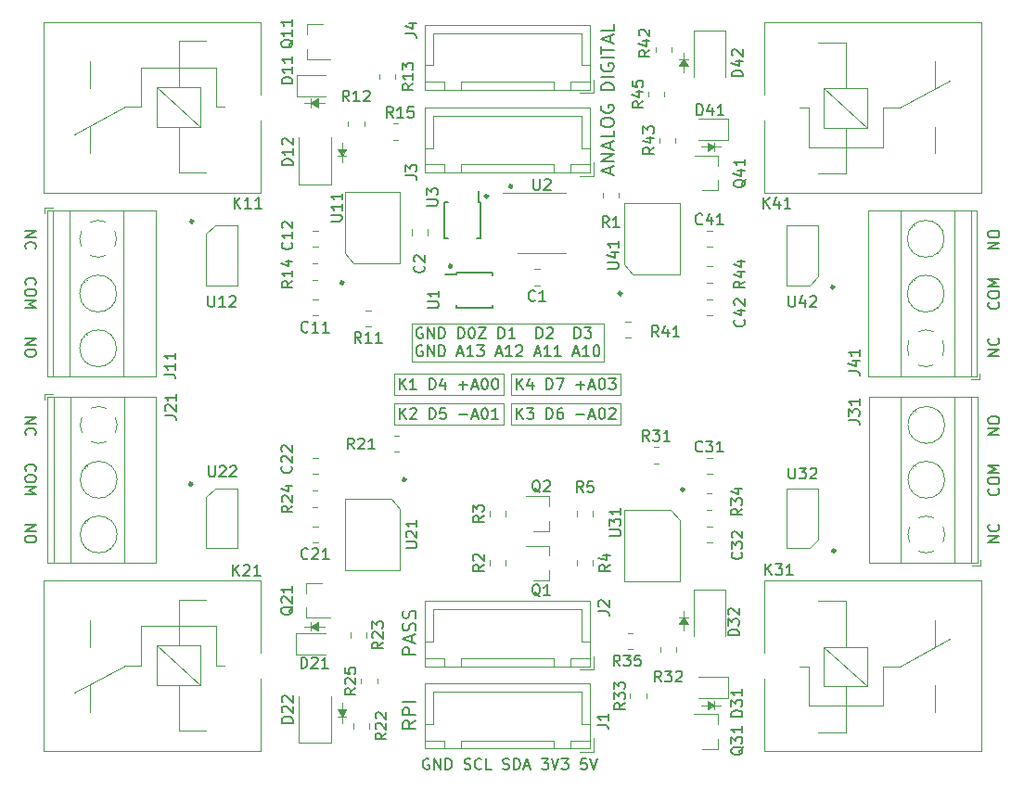
<source format=gto>
G04 #@! TF.GenerationSoftware,KiCad,Pcbnew,5.1.10*
G04 #@! TF.CreationDate,2021-06-21T19:24:40+02:00*
G04 #@! TF.ProjectId,power-extender,706f7765-722d-4657-9874-656e6465722e,1*
G04 #@! TF.SameCoordinates,Original*
G04 #@! TF.FileFunction,Legend,Top*
G04 #@! TF.FilePolarity,Positive*
%FSLAX46Y46*%
G04 Gerber Fmt 4.6, Leading zero omitted, Abs format (unit mm)*
G04 Created by KiCad (PCBNEW 5.1.10) date 2021-06-21 19:24:40*
%MOMM*%
%LPD*%
G01*
G04 APERTURE LIST*
%ADD10C,0.120000*%
%ADD11C,0.100000*%
%ADD12C,0.150000*%
%ADD13C,0.300000*%
G04 APERTURE END LIST*
D10*
X133200000Y-131200000D02*
X133200000Y-129400000D01*
X133600000Y-130600000D02*
X132800000Y-130600000D01*
D11*
G36*
X133200000Y-130600000D02*
G01*
X132800000Y-130000000D01*
X133600000Y-130000000D01*
X133200000Y-130600000D01*
G37*
X133200000Y-130600000D02*
X132800000Y-130000000D01*
X133600000Y-130000000D01*
X133200000Y-130600000D01*
D10*
X158650000Y-99300000D02*
X148650000Y-99300000D01*
X148650000Y-99300000D02*
X148650000Y-101300000D01*
X148650000Y-101300000D02*
X158650000Y-101300000D01*
X158650000Y-101300000D02*
X158650000Y-99300000D01*
X137950000Y-102000000D02*
X137950000Y-104000000D01*
X137950000Y-104000000D02*
X147950000Y-104000000D01*
X147950000Y-104000000D02*
X147950000Y-102000000D01*
X147950000Y-102000000D02*
X137950000Y-102000000D01*
X148650000Y-102000000D02*
X148650000Y-104000000D01*
X158650000Y-104000000D02*
X158650000Y-102000000D01*
X148650000Y-104000000D02*
X158650000Y-104000000D01*
X158650000Y-102000000D02*
X148650000Y-102000000D01*
X147950000Y-99300000D02*
X137950000Y-99300000D01*
X147950000Y-101300000D02*
X147950000Y-99300000D01*
X137950000Y-101300000D02*
X147950000Y-101300000D01*
X137950000Y-99300000D02*
X137950000Y-101300000D01*
D12*
X149173809Y-103452380D02*
X149173809Y-102452380D01*
X149745238Y-103452380D02*
X149316666Y-102880952D01*
X149745238Y-102452380D02*
X149173809Y-103023809D01*
X150078571Y-102452380D02*
X150697619Y-102452380D01*
X150364285Y-102833333D01*
X150507142Y-102833333D01*
X150602380Y-102880952D01*
X150650000Y-102928571D01*
X150697619Y-103023809D01*
X150697619Y-103261904D01*
X150650000Y-103357142D01*
X150602380Y-103404761D01*
X150507142Y-103452380D01*
X150221428Y-103452380D01*
X150126190Y-103404761D01*
X150078571Y-103357142D01*
X151888095Y-103452380D02*
X151888095Y-102452380D01*
X152126190Y-102452380D01*
X152269047Y-102500000D01*
X152364285Y-102595238D01*
X152411904Y-102690476D01*
X152459523Y-102880952D01*
X152459523Y-103023809D01*
X152411904Y-103214285D01*
X152364285Y-103309523D01*
X152269047Y-103404761D01*
X152126190Y-103452380D01*
X151888095Y-103452380D01*
X153316666Y-102452380D02*
X153126190Y-102452380D01*
X153030952Y-102500000D01*
X152983333Y-102547619D01*
X152888095Y-102690476D01*
X152840476Y-102880952D01*
X152840476Y-103261904D01*
X152888095Y-103357142D01*
X152935714Y-103404761D01*
X153030952Y-103452380D01*
X153221428Y-103452380D01*
X153316666Y-103404761D01*
X153364285Y-103357142D01*
X153411904Y-103261904D01*
X153411904Y-103023809D01*
X153364285Y-102928571D01*
X153316666Y-102880952D01*
X153221428Y-102833333D01*
X153030952Y-102833333D01*
X152935714Y-102880952D01*
X152888095Y-102928571D01*
X152840476Y-103023809D01*
X154602380Y-103071428D02*
X155364285Y-103071428D01*
X155792857Y-103166666D02*
X156269047Y-103166666D01*
X155697619Y-103452380D02*
X156030952Y-102452380D01*
X156364285Y-103452380D01*
X156888095Y-102452380D02*
X156983333Y-102452380D01*
X157078571Y-102500000D01*
X157126190Y-102547619D01*
X157173809Y-102642857D01*
X157221428Y-102833333D01*
X157221428Y-103071428D01*
X157173809Y-103261904D01*
X157126190Y-103357142D01*
X157078571Y-103404761D01*
X156983333Y-103452380D01*
X156888095Y-103452380D01*
X156792857Y-103404761D01*
X156745238Y-103357142D01*
X156697619Y-103261904D01*
X156650000Y-103071428D01*
X156650000Y-102833333D01*
X156697619Y-102642857D01*
X156745238Y-102547619D01*
X156792857Y-102500000D01*
X156888095Y-102452380D01*
X157602380Y-102547619D02*
X157650000Y-102500000D01*
X157745238Y-102452380D01*
X157983333Y-102452380D01*
X158078571Y-102500000D01*
X158126190Y-102547619D01*
X158173809Y-102642857D01*
X158173809Y-102738095D01*
X158126190Y-102880952D01*
X157554761Y-103452380D01*
X158173809Y-103452380D01*
X138473809Y-103452380D02*
X138473809Y-102452380D01*
X139045238Y-103452380D02*
X138616666Y-102880952D01*
X139045238Y-102452380D02*
X138473809Y-103023809D01*
X139426190Y-102547619D02*
X139473809Y-102500000D01*
X139569047Y-102452380D01*
X139807142Y-102452380D01*
X139902380Y-102500000D01*
X139950000Y-102547619D01*
X139997619Y-102642857D01*
X139997619Y-102738095D01*
X139950000Y-102880952D01*
X139378571Y-103452380D01*
X139997619Y-103452380D01*
X141188095Y-103452380D02*
X141188095Y-102452380D01*
X141426190Y-102452380D01*
X141569047Y-102500000D01*
X141664285Y-102595238D01*
X141711904Y-102690476D01*
X141759523Y-102880952D01*
X141759523Y-103023809D01*
X141711904Y-103214285D01*
X141664285Y-103309523D01*
X141569047Y-103404761D01*
X141426190Y-103452380D01*
X141188095Y-103452380D01*
X142664285Y-102452380D02*
X142188095Y-102452380D01*
X142140476Y-102928571D01*
X142188095Y-102880952D01*
X142283333Y-102833333D01*
X142521428Y-102833333D01*
X142616666Y-102880952D01*
X142664285Y-102928571D01*
X142711904Y-103023809D01*
X142711904Y-103261904D01*
X142664285Y-103357142D01*
X142616666Y-103404761D01*
X142521428Y-103452380D01*
X142283333Y-103452380D01*
X142188095Y-103404761D01*
X142140476Y-103357142D01*
X143902380Y-103071428D02*
X144664285Y-103071428D01*
X145092857Y-103166666D02*
X145569047Y-103166666D01*
X144997619Y-103452380D02*
X145330952Y-102452380D01*
X145664285Y-103452380D01*
X146188095Y-102452380D02*
X146283333Y-102452380D01*
X146378571Y-102500000D01*
X146426190Y-102547619D01*
X146473809Y-102642857D01*
X146521428Y-102833333D01*
X146521428Y-103071428D01*
X146473809Y-103261904D01*
X146426190Y-103357142D01*
X146378571Y-103404761D01*
X146283333Y-103452380D01*
X146188095Y-103452380D01*
X146092857Y-103404761D01*
X146045238Y-103357142D01*
X145997619Y-103261904D01*
X145950000Y-103071428D01*
X145950000Y-102833333D01*
X145997619Y-102642857D01*
X146045238Y-102547619D01*
X146092857Y-102500000D01*
X146188095Y-102452380D01*
X147473809Y-103452380D02*
X146902380Y-103452380D01*
X147188095Y-103452380D02*
X147188095Y-102452380D01*
X147092857Y-102595238D01*
X146997619Y-102690476D01*
X146902380Y-102738095D01*
X149173809Y-100752380D02*
X149173809Y-99752380D01*
X149745238Y-100752380D02*
X149316666Y-100180952D01*
X149745238Y-99752380D02*
X149173809Y-100323809D01*
X150602380Y-100085714D02*
X150602380Y-100752380D01*
X150364285Y-99704761D02*
X150126190Y-100419047D01*
X150745238Y-100419047D01*
X151888095Y-100752380D02*
X151888095Y-99752380D01*
X152126190Y-99752380D01*
X152269047Y-99800000D01*
X152364285Y-99895238D01*
X152411904Y-99990476D01*
X152459523Y-100180952D01*
X152459523Y-100323809D01*
X152411904Y-100514285D01*
X152364285Y-100609523D01*
X152269047Y-100704761D01*
X152126190Y-100752380D01*
X151888095Y-100752380D01*
X152792857Y-99752380D02*
X153459523Y-99752380D01*
X153030952Y-100752380D01*
X154602380Y-100371428D02*
X155364285Y-100371428D01*
X154983333Y-100752380D02*
X154983333Y-99990476D01*
X155792857Y-100466666D02*
X156269047Y-100466666D01*
X155697619Y-100752380D02*
X156030952Y-99752380D01*
X156364285Y-100752380D01*
X156888095Y-99752380D02*
X156983333Y-99752380D01*
X157078571Y-99800000D01*
X157126190Y-99847619D01*
X157173809Y-99942857D01*
X157221428Y-100133333D01*
X157221428Y-100371428D01*
X157173809Y-100561904D01*
X157126190Y-100657142D01*
X157078571Y-100704761D01*
X156983333Y-100752380D01*
X156888095Y-100752380D01*
X156792857Y-100704761D01*
X156745238Y-100657142D01*
X156697619Y-100561904D01*
X156650000Y-100371428D01*
X156650000Y-100133333D01*
X156697619Y-99942857D01*
X156745238Y-99847619D01*
X156792857Y-99800000D01*
X156888095Y-99752380D01*
X157554761Y-99752380D02*
X158173809Y-99752380D01*
X157840476Y-100133333D01*
X157983333Y-100133333D01*
X158078571Y-100180952D01*
X158126190Y-100228571D01*
X158173809Y-100323809D01*
X158173809Y-100561904D01*
X158126190Y-100657142D01*
X158078571Y-100704761D01*
X157983333Y-100752380D01*
X157697619Y-100752380D01*
X157602380Y-100704761D01*
X157554761Y-100657142D01*
D10*
X157100000Y-94700000D02*
X139600000Y-94700000D01*
X157100000Y-98200000D02*
X157100000Y-94700000D01*
X139600000Y-98200000D02*
X157100000Y-98200000D01*
X139600000Y-94700000D02*
X139600000Y-98200000D01*
D12*
X140540476Y-95125000D02*
X140445238Y-95077380D01*
X140302380Y-95077380D01*
X140159523Y-95125000D01*
X140064285Y-95220238D01*
X140016666Y-95315476D01*
X139969047Y-95505952D01*
X139969047Y-95648809D01*
X140016666Y-95839285D01*
X140064285Y-95934523D01*
X140159523Y-96029761D01*
X140302380Y-96077380D01*
X140397619Y-96077380D01*
X140540476Y-96029761D01*
X140588095Y-95982142D01*
X140588095Y-95648809D01*
X140397619Y-95648809D01*
X141016666Y-96077380D02*
X141016666Y-95077380D01*
X141588095Y-96077380D01*
X141588095Y-95077380D01*
X142064285Y-96077380D02*
X142064285Y-95077380D01*
X142302380Y-95077380D01*
X142445238Y-95125000D01*
X142540476Y-95220238D01*
X142588095Y-95315476D01*
X142635714Y-95505952D01*
X142635714Y-95648809D01*
X142588095Y-95839285D01*
X142540476Y-95934523D01*
X142445238Y-96029761D01*
X142302380Y-96077380D01*
X142064285Y-96077380D01*
X143826190Y-96077380D02*
X143826190Y-95077380D01*
X144064285Y-95077380D01*
X144207142Y-95125000D01*
X144302380Y-95220238D01*
X144350000Y-95315476D01*
X144397619Y-95505952D01*
X144397619Y-95648809D01*
X144350000Y-95839285D01*
X144302380Y-95934523D01*
X144207142Y-96029761D01*
X144064285Y-96077380D01*
X143826190Y-96077380D01*
X145016666Y-95077380D02*
X145111904Y-95077380D01*
X145207142Y-95125000D01*
X145254761Y-95172619D01*
X145302380Y-95267857D01*
X145350000Y-95458333D01*
X145350000Y-95696428D01*
X145302380Y-95886904D01*
X145254761Y-95982142D01*
X145207142Y-96029761D01*
X145111904Y-96077380D01*
X145016666Y-96077380D01*
X144921428Y-96029761D01*
X144873809Y-95982142D01*
X144826190Y-95886904D01*
X144778571Y-95696428D01*
X144778571Y-95458333D01*
X144826190Y-95267857D01*
X144873809Y-95172619D01*
X144921428Y-95125000D01*
X145016666Y-95077380D01*
X145683333Y-95077380D02*
X146350000Y-95077380D01*
X145683333Y-96077380D01*
X146350000Y-96077380D01*
X147492857Y-96077380D02*
X147492857Y-95077380D01*
X147730952Y-95077380D01*
X147873809Y-95125000D01*
X147969047Y-95220238D01*
X148016666Y-95315476D01*
X148064285Y-95505952D01*
X148064285Y-95648809D01*
X148016666Y-95839285D01*
X147969047Y-95934523D01*
X147873809Y-96029761D01*
X147730952Y-96077380D01*
X147492857Y-96077380D01*
X149016666Y-96077380D02*
X148445238Y-96077380D01*
X148730952Y-96077380D02*
X148730952Y-95077380D01*
X148635714Y-95220238D01*
X148540476Y-95315476D01*
X148445238Y-95363095D01*
X150969047Y-96077380D02*
X150969047Y-95077380D01*
X151207142Y-95077380D01*
X151350000Y-95125000D01*
X151445238Y-95220238D01*
X151492857Y-95315476D01*
X151540476Y-95505952D01*
X151540476Y-95648809D01*
X151492857Y-95839285D01*
X151445238Y-95934523D01*
X151350000Y-96029761D01*
X151207142Y-96077380D01*
X150969047Y-96077380D01*
X151921428Y-95172619D02*
X151969047Y-95125000D01*
X152064285Y-95077380D01*
X152302380Y-95077380D01*
X152397619Y-95125000D01*
X152445238Y-95172619D01*
X152492857Y-95267857D01*
X152492857Y-95363095D01*
X152445238Y-95505952D01*
X151873809Y-96077380D01*
X152492857Y-96077380D01*
X154445238Y-96077380D02*
X154445238Y-95077380D01*
X154683333Y-95077380D01*
X154826190Y-95125000D01*
X154921428Y-95220238D01*
X154969047Y-95315476D01*
X155016666Y-95505952D01*
X155016666Y-95648809D01*
X154969047Y-95839285D01*
X154921428Y-95934523D01*
X154826190Y-96029761D01*
X154683333Y-96077380D01*
X154445238Y-96077380D01*
X155350000Y-95077380D02*
X155969047Y-95077380D01*
X155635714Y-95458333D01*
X155778571Y-95458333D01*
X155873809Y-95505952D01*
X155921428Y-95553571D01*
X155969047Y-95648809D01*
X155969047Y-95886904D01*
X155921428Y-95982142D01*
X155873809Y-96029761D01*
X155778571Y-96077380D01*
X155492857Y-96077380D01*
X155397619Y-96029761D01*
X155350000Y-95982142D01*
X140540476Y-96775000D02*
X140445238Y-96727380D01*
X140302380Y-96727380D01*
X140159523Y-96775000D01*
X140064285Y-96870238D01*
X140016666Y-96965476D01*
X139969047Y-97155952D01*
X139969047Y-97298809D01*
X140016666Y-97489285D01*
X140064285Y-97584523D01*
X140159523Y-97679761D01*
X140302380Y-97727380D01*
X140397619Y-97727380D01*
X140540476Y-97679761D01*
X140588095Y-97632142D01*
X140588095Y-97298809D01*
X140397619Y-97298809D01*
X141016666Y-97727380D02*
X141016666Y-96727380D01*
X141588095Y-97727380D01*
X141588095Y-96727380D01*
X142064285Y-97727380D02*
X142064285Y-96727380D01*
X142302380Y-96727380D01*
X142445238Y-96775000D01*
X142540476Y-96870238D01*
X142588095Y-96965476D01*
X142635714Y-97155952D01*
X142635714Y-97298809D01*
X142588095Y-97489285D01*
X142540476Y-97584523D01*
X142445238Y-97679761D01*
X142302380Y-97727380D01*
X142064285Y-97727380D01*
X143778571Y-97441666D02*
X144254761Y-97441666D01*
X143683333Y-97727380D02*
X144016666Y-96727380D01*
X144350000Y-97727380D01*
X145207142Y-97727380D02*
X144635714Y-97727380D01*
X144921428Y-97727380D02*
X144921428Y-96727380D01*
X144826190Y-96870238D01*
X144730952Y-96965476D01*
X144635714Y-97013095D01*
X145540476Y-96727380D02*
X146159523Y-96727380D01*
X145826190Y-97108333D01*
X145969047Y-97108333D01*
X146064285Y-97155952D01*
X146111904Y-97203571D01*
X146159523Y-97298809D01*
X146159523Y-97536904D01*
X146111904Y-97632142D01*
X146064285Y-97679761D01*
X145969047Y-97727380D01*
X145683333Y-97727380D01*
X145588095Y-97679761D01*
X145540476Y-97632142D01*
X147302380Y-97441666D02*
X147778571Y-97441666D01*
X147207142Y-97727380D02*
X147540476Y-96727380D01*
X147873809Y-97727380D01*
X148730952Y-97727380D02*
X148159523Y-97727380D01*
X148445238Y-97727380D02*
X148445238Y-96727380D01*
X148350000Y-96870238D01*
X148254761Y-96965476D01*
X148159523Y-97013095D01*
X149111904Y-96822619D02*
X149159523Y-96775000D01*
X149254761Y-96727380D01*
X149492857Y-96727380D01*
X149588095Y-96775000D01*
X149635714Y-96822619D01*
X149683333Y-96917857D01*
X149683333Y-97013095D01*
X149635714Y-97155952D01*
X149064285Y-97727380D01*
X149683333Y-97727380D01*
X150826190Y-97441666D02*
X151302380Y-97441666D01*
X150730952Y-97727380D02*
X151064285Y-96727380D01*
X151397619Y-97727380D01*
X152254761Y-97727380D02*
X151683333Y-97727380D01*
X151969047Y-97727380D02*
X151969047Y-96727380D01*
X151873809Y-96870238D01*
X151778571Y-96965476D01*
X151683333Y-97013095D01*
X153207142Y-97727380D02*
X152635714Y-97727380D01*
X152921428Y-97727380D02*
X152921428Y-96727380D01*
X152826190Y-96870238D01*
X152730952Y-96965476D01*
X152635714Y-97013095D01*
X154350000Y-97441666D02*
X154826190Y-97441666D01*
X154254761Y-97727380D02*
X154588095Y-96727380D01*
X154921428Y-97727380D01*
X155778571Y-97727380D02*
X155207142Y-97727380D01*
X155492857Y-97727380D02*
X155492857Y-96727380D01*
X155397619Y-96870238D01*
X155302380Y-96965476D01*
X155207142Y-97013095D01*
X156397619Y-96727380D02*
X156492857Y-96727380D01*
X156588095Y-96775000D01*
X156635714Y-96822619D01*
X156683333Y-96917857D01*
X156730952Y-97108333D01*
X156730952Y-97346428D01*
X156683333Y-97536904D01*
X156635714Y-97632142D01*
X156588095Y-97679761D01*
X156492857Y-97727380D01*
X156397619Y-97727380D01*
X156302380Y-97679761D01*
X156254761Y-97632142D01*
X156207142Y-97536904D01*
X156159523Y-97346428D01*
X156159523Y-97108333D01*
X156207142Y-96917857D01*
X156254761Y-96822619D01*
X156302380Y-96775000D01*
X156397619Y-96727380D01*
D11*
G36*
X167200000Y-129600000D02*
G01*
X166600000Y-130000000D01*
X166600000Y-129200000D01*
X167200000Y-129600000D01*
G37*
X167200000Y-129600000D02*
X166600000Y-130000000D01*
X166600000Y-129200000D01*
X167200000Y-129600000D01*
D10*
X167800000Y-129600000D02*
X166000000Y-129600000D01*
X167200000Y-129200000D02*
X167200000Y-130000000D01*
X164000000Y-121600000D02*
X164800000Y-121600000D01*
X164400000Y-121000000D02*
X164400000Y-122800000D01*
D11*
G36*
X164800000Y-122200000D02*
G01*
X164000000Y-122200000D01*
X164400000Y-121600000D01*
X164800000Y-122200000D01*
G37*
X164800000Y-122200000D02*
X164000000Y-122200000D01*
X164400000Y-121600000D01*
X164800000Y-122200000D01*
G36*
X167200000Y-78600000D02*
G01*
X166600000Y-79000000D01*
X166600000Y-78200000D01*
X167200000Y-78600000D01*
G37*
X167200000Y-78600000D02*
X166600000Y-79000000D01*
X166600000Y-78200000D01*
X167200000Y-78600000D01*
D10*
X167200000Y-78200000D02*
X167200000Y-79000000D01*
X167800000Y-78600000D02*
X166000000Y-78600000D01*
D11*
G36*
X164800000Y-71200000D02*
G01*
X164000000Y-71200000D01*
X164400000Y-70600000D01*
X164800000Y-71200000D01*
G37*
X164800000Y-71200000D02*
X164000000Y-71200000D01*
X164400000Y-70600000D01*
X164800000Y-71200000D01*
D10*
X164000000Y-70600000D02*
X164800000Y-70600000D01*
X164400000Y-70000000D02*
X164400000Y-71800000D01*
D11*
G36*
X131000000Y-75000000D02*
G01*
X130400000Y-74600000D01*
X131000000Y-74200000D01*
X131000000Y-75000000D01*
G37*
X131000000Y-75000000D02*
X130400000Y-74600000D01*
X131000000Y-74200000D01*
X131000000Y-75000000D01*
D10*
X129800000Y-74600000D02*
X131600000Y-74600000D01*
X130400000Y-75000000D02*
X130400000Y-74200000D01*
D11*
G36*
X133200000Y-79400000D02*
G01*
X132800000Y-78800000D01*
X133600000Y-78800000D01*
X133200000Y-79400000D01*
G37*
X133200000Y-79400000D02*
X132800000Y-78800000D01*
X133600000Y-78800000D01*
X133200000Y-79400000D01*
D10*
X133200000Y-80000000D02*
X133200000Y-78200000D01*
X133600000Y-79400000D02*
X132800000Y-79400000D01*
X129800000Y-122400000D02*
X131600000Y-122400000D01*
X130400000Y-122800000D02*
X130400000Y-122000000D01*
D11*
G36*
X131000000Y-122800000D02*
G01*
X130400000Y-122400000D01*
X131000000Y-122000000D01*
X131000000Y-122800000D01*
G37*
X131000000Y-122800000D02*
X130400000Y-122400000D01*
X131000000Y-122000000D01*
X131000000Y-122800000D01*
D13*
X164400000Y-109900000D02*
G75*
G03*
X164400000Y-109900000I-100000J0D01*
G01*
X178100000Y-91400000D02*
G75*
G03*
X178100000Y-91400000I-100000J0D01*
G01*
X148700000Y-82200000D02*
G75*
G03*
X148700000Y-82200000I-100000J0D01*
G01*
X146500000Y-83100000D02*
G75*
G03*
X146500000Y-83100000I-100000J0D01*
G01*
X143200000Y-89500000D02*
G75*
G03*
X143200000Y-89500000I-100000J0D01*
G01*
X133300000Y-91000000D02*
G75*
G03*
X133300000Y-91000000I-100000J0D01*
G01*
X158700000Y-92000000D02*
G75*
G03*
X158700000Y-92000000I-100000J0D01*
G01*
X178200000Y-115500000D02*
G75*
G03*
X178200000Y-115500000I-100000J0D01*
G01*
X139000000Y-109000000D02*
G75*
G03*
X139000000Y-109000000I-100000J0D01*
G01*
X119500000Y-109400000D02*
G75*
G03*
X119500000Y-109400000I-100000J0D01*
G01*
X119600000Y-85400000D02*
G75*
G03*
X119600000Y-85400000I-100000J0D01*
G01*
D12*
X193202380Y-97714285D02*
X192202380Y-97714285D01*
X193202380Y-97142857D01*
X192202380Y-97142857D01*
X193107142Y-96095238D02*
X193154761Y-96142857D01*
X193202380Y-96285714D01*
X193202380Y-96380952D01*
X193154761Y-96523809D01*
X193059523Y-96619047D01*
X192964285Y-96666666D01*
X192773809Y-96714285D01*
X192630952Y-96714285D01*
X192440476Y-96666666D01*
X192345238Y-96619047D01*
X192250000Y-96523809D01*
X192202380Y-96380952D01*
X192202380Y-96285714D01*
X192250000Y-96142857D01*
X192297619Y-96095238D01*
X193107142Y-92809523D02*
X193154761Y-92857142D01*
X193202380Y-93000000D01*
X193202380Y-93095238D01*
X193154761Y-93238095D01*
X193059523Y-93333333D01*
X192964285Y-93380952D01*
X192773809Y-93428571D01*
X192630952Y-93428571D01*
X192440476Y-93380952D01*
X192345238Y-93333333D01*
X192250000Y-93238095D01*
X192202380Y-93095238D01*
X192202380Y-93000000D01*
X192250000Y-92857142D01*
X192297619Y-92809523D01*
X192202380Y-92190476D02*
X192202380Y-92000000D01*
X192250000Y-91904761D01*
X192345238Y-91809523D01*
X192535714Y-91761904D01*
X192869047Y-91761904D01*
X193059523Y-91809523D01*
X193154761Y-91904761D01*
X193202380Y-92000000D01*
X193202380Y-92190476D01*
X193154761Y-92285714D01*
X193059523Y-92380952D01*
X192869047Y-92428571D01*
X192535714Y-92428571D01*
X192345238Y-92380952D01*
X192250000Y-92285714D01*
X192202380Y-92190476D01*
X193202380Y-91333333D02*
X192202380Y-91333333D01*
X192916666Y-91000000D01*
X192202380Y-90666666D01*
X193202380Y-90666666D01*
X193202380Y-87904761D02*
X192202380Y-87904761D01*
X193202380Y-87333333D01*
X192202380Y-87333333D01*
X192202380Y-86666666D02*
X192202380Y-86476190D01*
X192250000Y-86380952D01*
X192345238Y-86285714D01*
X192535714Y-86238095D01*
X192869047Y-86238095D01*
X193059523Y-86285714D01*
X193154761Y-86380952D01*
X193202380Y-86476190D01*
X193202380Y-86666666D01*
X193154761Y-86761904D01*
X193059523Y-86857142D01*
X192869047Y-86904761D01*
X192535714Y-86904761D01*
X192345238Y-86857142D01*
X192250000Y-86761904D01*
X192202380Y-86666666D01*
X193202380Y-114714285D02*
X192202380Y-114714285D01*
X193202380Y-114142857D01*
X192202380Y-114142857D01*
X193107142Y-113095238D02*
X193154761Y-113142857D01*
X193202380Y-113285714D01*
X193202380Y-113380952D01*
X193154761Y-113523809D01*
X193059523Y-113619047D01*
X192964285Y-113666666D01*
X192773809Y-113714285D01*
X192630952Y-113714285D01*
X192440476Y-113666666D01*
X192345238Y-113619047D01*
X192250000Y-113523809D01*
X192202380Y-113380952D01*
X192202380Y-113285714D01*
X192250000Y-113142857D01*
X192297619Y-113095238D01*
X193107142Y-109809523D02*
X193154761Y-109857142D01*
X193202380Y-110000000D01*
X193202380Y-110095238D01*
X193154761Y-110238095D01*
X193059523Y-110333333D01*
X192964285Y-110380952D01*
X192773809Y-110428571D01*
X192630952Y-110428571D01*
X192440476Y-110380952D01*
X192345238Y-110333333D01*
X192250000Y-110238095D01*
X192202380Y-110095238D01*
X192202380Y-110000000D01*
X192250000Y-109857142D01*
X192297619Y-109809523D01*
X192202380Y-109190476D02*
X192202380Y-109000000D01*
X192250000Y-108904761D01*
X192345238Y-108809523D01*
X192535714Y-108761904D01*
X192869047Y-108761904D01*
X193059523Y-108809523D01*
X193154761Y-108904761D01*
X193202380Y-109000000D01*
X193202380Y-109190476D01*
X193154761Y-109285714D01*
X193059523Y-109380952D01*
X192869047Y-109428571D01*
X192535714Y-109428571D01*
X192345238Y-109380952D01*
X192250000Y-109285714D01*
X192202380Y-109190476D01*
X193202380Y-108333333D02*
X192202380Y-108333333D01*
X192916666Y-108000000D01*
X192202380Y-107666666D01*
X193202380Y-107666666D01*
X193202380Y-104904761D02*
X192202380Y-104904761D01*
X193202380Y-104333333D01*
X192202380Y-104333333D01*
X192202380Y-103666666D02*
X192202380Y-103476190D01*
X192250000Y-103380952D01*
X192345238Y-103285714D01*
X192535714Y-103238095D01*
X192869047Y-103238095D01*
X193059523Y-103285714D01*
X193154761Y-103380952D01*
X193202380Y-103476190D01*
X193202380Y-103666666D01*
X193154761Y-103761904D01*
X193059523Y-103857142D01*
X192869047Y-103904761D01*
X192535714Y-103904761D01*
X192345238Y-103857142D01*
X192250000Y-103761904D01*
X192202380Y-103666666D01*
X104297619Y-103285714D02*
X105297619Y-103285714D01*
X104297619Y-103857142D01*
X105297619Y-103857142D01*
X104392857Y-104904761D02*
X104345238Y-104857142D01*
X104297619Y-104714285D01*
X104297619Y-104619047D01*
X104345238Y-104476190D01*
X104440476Y-104380952D01*
X104535714Y-104333333D01*
X104726190Y-104285714D01*
X104869047Y-104285714D01*
X105059523Y-104333333D01*
X105154761Y-104380952D01*
X105250000Y-104476190D01*
X105297619Y-104619047D01*
X105297619Y-104714285D01*
X105250000Y-104857142D01*
X105202380Y-104904761D01*
X104392857Y-108190476D02*
X104345238Y-108142857D01*
X104297619Y-108000000D01*
X104297619Y-107904761D01*
X104345238Y-107761904D01*
X104440476Y-107666666D01*
X104535714Y-107619047D01*
X104726190Y-107571428D01*
X104869047Y-107571428D01*
X105059523Y-107619047D01*
X105154761Y-107666666D01*
X105250000Y-107761904D01*
X105297619Y-107904761D01*
X105297619Y-108000000D01*
X105250000Y-108142857D01*
X105202380Y-108190476D01*
X105297619Y-108809523D02*
X105297619Y-109000000D01*
X105250000Y-109095238D01*
X105154761Y-109190476D01*
X104964285Y-109238095D01*
X104630952Y-109238095D01*
X104440476Y-109190476D01*
X104345238Y-109095238D01*
X104297619Y-109000000D01*
X104297619Y-108809523D01*
X104345238Y-108714285D01*
X104440476Y-108619047D01*
X104630952Y-108571428D01*
X104964285Y-108571428D01*
X105154761Y-108619047D01*
X105250000Y-108714285D01*
X105297619Y-108809523D01*
X104297619Y-109666666D02*
X105297619Y-109666666D01*
X104583333Y-110000000D01*
X105297619Y-110333333D01*
X104297619Y-110333333D01*
X104297619Y-113095238D02*
X105297619Y-113095238D01*
X104297619Y-113666666D01*
X105297619Y-113666666D01*
X105297619Y-114333333D02*
X105297619Y-114523809D01*
X105250000Y-114619047D01*
X105154761Y-114714285D01*
X104964285Y-114761904D01*
X104630952Y-114761904D01*
X104440476Y-114714285D01*
X104345238Y-114619047D01*
X104297619Y-114523809D01*
X104297619Y-114333333D01*
X104345238Y-114238095D01*
X104440476Y-114142857D01*
X104630952Y-114095238D01*
X104964285Y-114095238D01*
X105154761Y-114142857D01*
X105250000Y-114238095D01*
X105297619Y-114333333D01*
X104297619Y-86285714D02*
X105297619Y-86285714D01*
X104297619Y-86857142D01*
X105297619Y-86857142D01*
X104392857Y-87904761D02*
X104345238Y-87857142D01*
X104297619Y-87714285D01*
X104297619Y-87619047D01*
X104345238Y-87476190D01*
X104440476Y-87380952D01*
X104535714Y-87333333D01*
X104726190Y-87285714D01*
X104869047Y-87285714D01*
X105059523Y-87333333D01*
X105154761Y-87380952D01*
X105250000Y-87476190D01*
X105297619Y-87619047D01*
X105297619Y-87714285D01*
X105250000Y-87857142D01*
X105202380Y-87904761D01*
X104392857Y-91190476D02*
X104345238Y-91142857D01*
X104297619Y-91000000D01*
X104297619Y-90904761D01*
X104345238Y-90761904D01*
X104440476Y-90666666D01*
X104535714Y-90619047D01*
X104726190Y-90571428D01*
X104869047Y-90571428D01*
X105059523Y-90619047D01*
X105154761Y-90666666D01*
X105250000Y-90761904D01*
X105297619Y-90904761D01*
X105297619Y-91000000D01*
X105250000Y-91142857D01*
X105202380Y-91190476D01*
X105297619Y-91809523D02*
X105297619Y-92000000D01*
X105250000Y-92095238D01*
X105154761Y-92190476D01*
X104964285Y-92238095D01*
X104630952Y-92238095D01*
X104440476Y-92190476D01*
X104345238Y-92095238D01*
X104297619Y-92000000D01*
X104297619Y-91809523D01*
X104345238Y-91714285D01*
X104440476Y-91619047D01*
X104630952Y-91571428D01*
X104964285Y-91571428D01*
X105154761Y-91619047D01*
X105250000Y-91714285D01*
X105297619Y-91809523D01*
X104297619Y-92666666D02*
X105297619Y-92666666D01*
X104583333Y-93000000D01*
X105297619Y-93333333D01*
X104297619Y-93333333D01*
X104297619Y-96095238D02*
X105297619Y-96095238D01*
X104297619Y-96666666D01*
X105297619Y-96666666D01*
X105297619Y-97333333D02*
X105297619Y-97523809D01*
X105250000Y-97619047D01*
X105154761Y-97714285D01*
X104964285Y-97761904D01*
X104630952Y-97761904D01*
X104440476Y-97714285D01*
X104345238Y-97619047D01*
X104297619Y-97523809D01*
X104297619Y-97333333D01*
X104345238Y-97238095D01*
X104440476Y-97142857D01*
X104630952Y-97095238D01*
X104964285Y-97095238D01*
X105154761Y-97142857D01*
X105250000Y-97238095D01*
X105297619Y-97333333D01*
X138473809Y-100752380D02*
X138473809Y-99752380D01*
X139045238Y-100752380D02*
X138616666Y-100180952D01*
X139045238Y-99752380D02*
X138473809Y-100323809D01*
X139997619Y-100752380D02*
X139426190Y-100752380D01*
X139711904Y-100752380D02*
X139711904Y-99752380D01*
X139616666Y-99895238D01*
X139521428Y-99990476D01*
X139426190Y-100038095D01*
X141188095Y-100752380D02*
X141188095Y-99752380D01*
X141426190Y-99752380D01*
X141569047Y-99800000D01*
X141664285Y-99895238D01*
X141711904Y-99990476D01*
X141759523Y-100180952D01*
X141759523Y-100323809D01*
X141711904Y-100514285D01*
X141664285Y-100609523D01*
X141569047Y-100704761D01*
X141426190Y-100752380D01*
X141188095Y-100752380D01*
X142616666Y-100085714D02*
X142616666Y-100752380D01*
X142378571Y-99704761D02*
X142140476Y-100419047D01*
X142759523Y-100419047D01*
X143902380Y-100371428D02*
X144664285Y-100371428D01*
X144283333Y-100752380D02*
X144283333Y-99990476D01*
X145092857Y-100466666D02*
X145569047Y-100466666D01*
X144997619Y-100752380D02*
X145330952Y-99752380D01*
X145664285Y-100752380D01*
X146188095Y-99752380D02*
X146283333Y-99752380D01*
X146378571Y-99800000D01*
X146426190Y-99847619D01*
X146473809Y-99942857D01*
X146521428Y-100133333D01*
X146521428Y-100371428D01*
X146473809Y-100561904D01*
X146426190Y-100657142D01*
X146378571Y-100704761D01*
X146283333Y-100752380D01*
X146188095Y-100752380D01*
X146092857Y-100704761D01*
X146045238Y-100657142D01*
X145997619Y-100561904D01*
X145950000Y-100371428D01*
X145950000Y-100133333D01*
X145997619Y-99942857D01*
X146045238Y-99847619D01*
X146092857Y-99800000D01*
X146188095Y-99752380D01*
X147140476Y-99752380D02*
X147235714Y-99752380D01*
X147330952Y-99800000D01*
X147378571Y-99847619D01*
X147426190Y-99942857D01*
X147473809Y-100133333D01*
X147473809Y-100371428D01*
X147426190Y-100561904D01*
X147378571Y-100657142D01*
X147330952Y-100704761D01*
X147235714Y-100752380D01*
X147140476Y-100752380D01*
X147045238Y-100704761D01*
X146997619Y-100657142D01*
X146950000Y-100561904D01*
X146902380Y-100371428D01*
X146902380Y-100133333D01*
X146950000Y-99942857D01*
X146997619Y-99847619D01*
X147045238Y-99800000D01*
X147140476Y-99752380D01*
X141142857Y-134500000D02*
X141047619Y-134452380D01*
X140904761Y-134452380D01*
X140761904Y-134500000D01*
X140666666Y-134595238D01*
X140619047Y-134690476D01*
X140571428Y-134880952D01*
X140571428Y-135023809D01*
X140619047Y-135214285D01*
X140666666Y-135309523D01*
X140761904Y-135404761D01*
X140904761Y-135452380D01*
X141000000Y-135452380D01*
X141142857Y-135404761D01*
X141190476Y-135357142D01*
X141190476Y-135023809D01*
X141000000Y-135023809D01*
X141619047Y-135452380D02*
X141619047Y-134452380D01*
X142190476Y-135452380D01*
X142190476Y-134452380D01*
X142666666Y-135452380D02*
X142666666Y-134452380D01*
X142904761Y-134452380D01*
X143047619Y-134500000D01*
X143142857Y-134595238D01*
X143190476Y-134690476D01*
X143238095Y-134880952D01*
X143238095Y-135023809D01*
X143190476Y-135214285D01*
X143142857Y-135309523D01*
X143047619Y-135404761D01*
X142904761Y-135452380D01*
X142666666Y-135452380D01*
X144380952Y-135404761D02*
X144523809Y-135452380D01*
X144761904Y-135452380D01*
X144857142Y-135404761D01*
X144904761Y-135357142D01*
X144952380Y-135261904D01*
X144952380Y-135166666D01*
X144904761Y-135071428D01*
X144857142Y-135023809D01*
X144761904Y-134976190D01*
X144571428Y-134928571D01*
X144476190Y-134880952D01*
X144428571Y-134833333D01*
X144380952Y-134738095D01*
X144380952Y-134642857D01*
X144428571Y-134547619D01*
X144476190Y-134500000D01*
X144571428Y-134452380D01*
X144809523Y-134452380D01*
X144952380Y-134500000D01*
X145952380Y-135357142D02*
X145904761Y-135404761D01*
X145761904Y-135452380D01*
X145666666Y-135452380D01*
X145523809Y-135404761D01*
X145428571Y-135309523D01*
X145380952Y-135214285D01*
X145333333Y-135023809D01*
X145333333Y-134880952D01*
X145380952Y-134690476D01*
X145428571Y-134595238D01*
X145523809Y-134500000D01*
X145666666Y-134452380D01*
X145761904Y-134452380D01*
X145904761Y-134500000D01*
X145952380Y-134547619D01*
X146857142Y-135452380D02*
X146380952Y-135452380D01*
X146380952Y-134452380D01*
X147904761Y-135404761D02*
X148047619Y-135452380D01*
X148285714Y-135452380D01*
X148380952Y-135404761D01*
X148428571Y-135357142D01*
X148476190Y-135261904D01*
X148476190Y-135166666D01*
X148428571Y-135071428D01*
X148380952Y-135023809D01*
X148285714Y-134976190D01*
X148095238Y-134928571D01*
X148000000Y-134880952D01*
X147952380Y-134833333D01*
X147904761Y-134738095D01*
X147904761Y-134642857D01*
X147952380Y-134547619D01*
X148000000Y-134500000D01*
X148095238Y-134452380D01*
X148333333Y-134452380D01*
X148476190Y-134500000D01*
X148904761Y-135452380D02*
X148904761Y-134452380D01*
X149142857Y-134452380D01*
X149285714Y-134500000D01*
X149380952Y-134595238D01*
X149428571Y-134690476D01*
X149476190Y-134880952D01*
X149476190Y-135023809D01*
X149428571Y-135214285D01*
X149380952Y-135309523D01*
X149285714Y-135404761D01*
X149142857Y-135452380D01*
X148904761Y-135452380D01*
X149857142Y-135166666D02*
X150333333Y-135166666D01*
X149761904Y-135452380D02*
X150095238Y-134452380D01*
X150428571Y-135452380D01*
X151428571Y-134452380D02*
X152047619Y-134452380D01*
X151714285Y-134833333D01*
X151857142Y-134833333D01*
X151952380Y-134880952D01*
X152000000Y-134928571D01*
X152047619Y-135023809D01*
X152047619Y-135261904D01*
X152000000Y-135357142D01*
X151952380Y-135404761D01*
X151857142Y-135452380D01*
X151571428Y-135452380D01*
X151476190Y-135404761D01*
X151428571Y-135357142D01*
X152333333Y-134452380D02*
X152666666Y-135452380D01*
X153000000Y-134452380D01*
X153238095Y-134452380D02*
X153857142Y-134452380D01*
X153523809Y-134833333D01*
X153666666Y-134833333D01*
X153761904Y-134880952D01*
X153809523Y-134928571D01*
X153857142Y-135023809D01*
X153857142Y-135261904D01*
X153809523Y-135357142D01*
X153761904Y-135404761D01*
X153666666Y-135452380D01*
X153380952Y-135452380D01*
X153285714Y-135404761D01*
X153238095Y-135357142D01*
X155523809Y-134452380D02*
X155047619Y-134452380D01*
X155000000Y-134928571D01*
X155047619Y-134880952D01*
X155142857Y-134833333D01*
X155380952Y-134833333D01*
X155476190Y-134880952D01*
X155523809Y-134928571D01*
X155571428Y-135023809D01*
X155571428Y-135261904D01*
X155523809Y-135357142D01*
X155476190Y-135404761D01*
X155380952Y-135452380D01*
X155142857Y-135452380D01*
X155047619Y-135404761D01*
X155000000Y-135357142D01*
X155857142Y-134452380D02*
X156190476Y-135452380D01*
X156523809Y-134452380D01*
X158042857Y-73442857D02*
X156842857Y-73442857D01*
X156842857Y-73157142D01*
X156900000Y-72985714D01*
X157014285Y-72871428D01*
X157128571Y-72814285D01*
X157357142Y-72757142D01*
X157528571Y-72757142D01*
X157757142Y-72814285D01*
X157871428Y-72871428D01*
X157985714Y-72985714D01*
X158042857Y-73157142D01*
X158042857Y-73442857D01*
X158042857Y-72242857D02*
X156842857Y-72242857D01*
X156900000Y-71042857D02*
X156842857Y-71157142D01*
X156842857Y-71328571D01*
X156900000Y-71500000D01*
X157014285Y-71614285D01*
X157128571Y-71671428D01*
X157357142Y-71728571D01*
X157528571Y-71728571D01*
X157757142Y-71671428D01*
X157871428Y-71614285D01*
X157985714Y-71500000D01*
X158042857Y-71328571D01*
X158042857Y-71214285D01*
X157985714Y-71042857D01*
X157928571Y-70985714D01*
X157528571Y-70985714D01*
X157528571Y-71214285D01*
X158042857Y-70471428D02*
X156842857Y-70471428D01*
X156842857Y-70071428D02*
X156842857Y-69385714D01*
X158042857Y-69728571D02*
X156842857Y-69728571D01*
X157700000Y-69042857D02*
X157700000Y-68471428D01*
X158042857Y-69157142D02*
X156842857Y-68757142D01*
X158042857Y-68357142D01*
X158042857Y-67385714D02*
X158042857Y-67957142D01*
X156842857Y-67957142D01*
X157700000Y-81042857D02*
X157700000Y-80471428D01*
X158042857Y-81157142D02*
X156842857Y-80757142D01*
X158042857Y-80357142D01*
X158042857Y-79957142D02*
X156842857Y-79957142D01*
X158042857Y-79271428D01*
X156842857Y-79271428D01*
X157700000Y-78757142D02*
X157700000Y-78185714D01*
X158042857Y-78871428D02*
X156842857Y-78471428D01*
X158042857Y-78071428D01*
X158042857Y-77100000D02*
X158042857Y-77671428D01*
X156842857Y-77671428D01*
X156842857Y-76471428D02*
X156842857Y-76242857D01*
X156900000Y-76128571D01*
X157014285Y-76014285D01*
X157242857Y-75957142D01*
X157642857Y-75957142D01*
X157871428Y-76014285D01*
X157985714Y-76128571D01*
X158042857Y-76242857D01*
X158042857Y-76471428D01*
X157985714Y-76585714D01*
X157871428Y-76700000D01*
X157642857Y-76757142D01*
X157242857Y-76757142D01*
X157014285Y-76700000D01*
X156900000Y-76585714D01*
X156842857Y-76471428D01*
X156900000Y-74814285D02*
X156842857Y-74928571D01*
X156842857Y-75100000D01*
X156900000Y-75271428D01*
X157014285Y-75385714D01*
X157128571Y-75442857D01*
X157357142Y-75500000D01*
X157528571Y-75500000D01*
X157757142Y-75442857D01*
X157871428Y-75385714D01*
X157985714Y-75271428D01*
X158042857Y-75100000D01*
X158042857Y-74985714D01*
X157985714Y-74814285D01*
X157928571Y-74757142D01*
X157528571Y-74757142D01*
X157528571Y-74985714D01*
X139942857Y-124971428D02*
X138742857Y-124971428D01*
X138742857Y-124514285D01*
X138800000Y-124400000D01*
X138857142Y-124342857D01*
X138971428Y-124285714D01*
X139142857Y-124285714D01*
X139257142Y-124342857D01*
X139314285Y-124400000D01*
X139371428Y-124514285D01*
X139371428Y-124971428D01*
X139600000Y-123828571D02*
X139600000Y-123257142D01*
X139942857Y-123942857D02*
X138742857Y-123542857D01*
X139942857Y-123142857D01*
X139885714Y-122800000D02*
X139942857Y-122628571D01*
X139942857Y-122342857D01*
X139885714Y-122228571D01*
X139828571Y-122171428D01*
X139714285Y-122114285D01*
X139600000Y-122114285D01*
X139485714Y-122171428D01*
X139428571Y-122228571D01*
X139371428Y-122342857D01*
X139314285Y-122571428D01*
X139257142Y-122685714D01*
X139200000Y-122742857D01*
X139085714Y-122800000D01*
X138971428Y-122800000D01*
X138857142Y-122742857D01*
X138800000Y-122685714D01*
X138742857Y-122571428D01*
X138742857Y-122285714D01*
X138800000Y-122114285D01*
X139885714Y-121657142D02*
X139942857Y-121485714D01*
X139942857Y-121200000D01*
X139885714Y-121085714D01*
X139828571Y-121028571D01*
X139714285Y-120971428D01*
X139600000Y-120971428D01*
X139485714Y-121028571D01*
X139428571Y-121085714D01*
X139371428Y-121200000D01*
X139314285Y-121428571D01*
X139257142Y-121542857D01*
X139200000Y-121600000D01*
X139085714Y-121657142D01*
X138971428Y-121657142D01*
X138857142Y-121600000D01*
X138800000Y-121542857D01*
X138742857Y-121428571D01*
X138742857Y-121142857D01*
X138800000Y-120971428D01*
X139942857Y-131014285D02*
X139371428Y-131414285D01*
X139942857Y-131700000D02*
X138742857Y-131700000D01*
X138742857Y-131242857D01*
X138800000Y-131128571D01*
X138857142Y-131071428D01*
X138971428Y-131014285D01*
X139142857Y-131014285D01*
X139257142Y-131071428D01*
X139314285Y-131128571D01*
X139371428Y-131242857D01*
X139371428Y-131700000D01*
X139942857Y-130500000D02*
X138742857Y-130500000D01*
X138742857Y-130042857D01*
X138800000Y-129928571D01*
X138857142Y-129871428D01*
X138971428Y-129814285D01*
X139142857Y-129814285D01*
X139257142Y-129871428D01*
X139314285Y-129928571D01*
X139371428Y-130042857D01*
X139371428Y-130500000D01*
X139942857Y-129300000D02*
X138742857Y-129300000D01*
D10*
X156170000Y-73700000D02*
X156170000Y-72450000D01*
X154920000Y-73700000D02*
X156170000Y-73700000D01*
X141520000Y-68200000D02*
X148320000Y-68200000D01*
X141520000Y-71150000D02*
X141520000Y-68200000D01*
X140770000Y-71150000D02*
X141520000Y-71150000D01*
X155120000Y-68200000D02*
X148320000Y-68200000D01*
X155120000Y-71150000D02*
X155120000Y-68200000D01*
X155870000Y-71150000D02*
X155120000Y-71150000D01*
X140770000Y-73400000D02*
X142570000Y-73400000D01*
X140770000Y-72650000D02*
X140770000Y-73400000D01*
X142570000Y-72650000D02*
X140770000Y-72650000D01*
X142570000Y-73400000D02*
X142570000Y-72650000D01*
X154070000Y-73400000D02*
X155870000Y-73400000D01*
X154070000Y-72650000D02*
X154070000Y-73400000D01*
X155870000Y-72650000D02*
X154070000Y-72650000D01*
X155870000Y-73400000D02*
X155870000Y-72650000D01*
X144070000Y-73400000D02*
X152570000Y-73400000D01*
X144070000Y-72650000D02*
X144070000Y-73400000D01*
X152570000Y-72650000D02*
X144070000Y-72650000D01*
X152570000Y-73400000D02*
X152570000Y-72650000D01*
X140760000Y-73410000D02*
X155880000Y-73410000D01*
X140760000Y-67440000D02*
X140760000Y-73410000D01*
X155880000Y-67440000D02*
X140760000Y-67440000D01*
X155880000Y-73410000D02*
X155880000Y-67440000D01*
X156170000Y-81250000D02*
X156170000Y-80000000D01*
X154920000Y-81250000D02*
X156170000Y-81250000D01*
X141520000Y-75750000D02*
X148320000Y-75750000D01*
X141520000Y-78700000D02*
X141520000Y-75750000D01*
X140770000Y-78700000D02*
X141520000Y-78700000D01*
X155120000Y-75750000D02*
X148320000Y-75750000D01*
X155120000Y-78700000D02*
X155120000Y-75750000D01*
X155870000Y-78700000D02*
X155120000Y-78700000D01*
X140770000Y-80950000D02*
X142570000Y-80950000D01*
X140770000Y-80200000D02*
X140770000Y-80950000D01*
X142570000Y-80200000D02*
X140770000Y-80200000D01*
X142570000Y-80950000D02*
X142570000Y-80200000D01*
X154070000Y-80950000D02*
X155870000Y-80950000D01*
X154070000Y-80200000D02*
X154070000Y-80950000D01*
X155870000Y-80200000D02*
X154070000Y-80200000D01*
X155870000Y-80950000D02*
X155870000Y-80200000D01*
X144070000Y-80950000D02*
X152570000Y-80950000D01*
X144070000Y-80200000D02*
X144070000Y-80950000D01*
X152570000Y-80200000D02*
X144070000Y-80200000D01*
X152570000Y-80950000D02*
X152570000Y-80200000D01*
X140760000Y-80960000D02*
X155880000Y-80960000D01*
X140760000Y-74990000D02*
X140760000Y-80960000D01*
X155880000Y-74990000D02*
X140760000Y-74990000D01*
X155880000Y-80960000D02*
X155880000Y-74990000D01*
X156170000Y-126350000D02*
X156170000Y-125100000D01*
X154920000Y-126350000D02*
X156170000Y-126350000D01*
X141520000Y-120850000D02*
X148320000Y-120850000D01*
X141520000Y-123800000D02*
X141520000Y-120850000D01*
X140770000Y-123800000D02*
X141520000Y-123800000D01*
X155120000Y-120850000D02*
X148320000Y-120850000D01*
X155120000Y-123800000D02*
X155120000Y-120850000D01*
X155870000Y-123800000D02*
X155120000Y-123800000D01*
X140770000Y-126050000D02*
X142570000Y-126050000D01*
X140770000Y-125300000D02*
X140770000Y-126050000D01*
X142570000Y-125300000D02*
X140770000Y-125300000D01*
X142570000Y-126050000D02*
X142570000Y-125300000D01*
X154070000Y-126050000D02*
X155870000Y-126050000D01*
X154070000Y-125300000D02*
X154070000Y-126050000D01*
X155870000Y-125300000D02*
X154070000Y-125300000D01*
X155870000Y-126050000D02*
X155870000Y-125300000D01*
X144070000Y-126050000D02*
X152570000Y-126050000D01*
X144070000Y-125300000D02*
X144070000Y-126050000D01*
X152570000Y-125300000D02*
X144070000Y-125300000D01*
X152570000Y-126050000D02*
X152570000Y-125300000D01*
X140760000Y-126060000D02*
X155880000Y-126060000D01*
X140760000Y-120090000D02*
X140760000Y-126060000D01*
X155880000Y-120090000D02*
X140760000Y-120090000D01*
X155880000Y-126060000D02*
X155880000Y-120090000D01*
X156170000Y-133850000D02*
X156170000Y-132600000D01*
X154920000Y-133850000D02*
X156170000Y-133850000D01*
X141520000Y-128350000D02*
X148320000Y-128350000D01*
X141520000Y-131300000D02*
X141520000Y-128350000D01*
X140770000Y-131300000D02*
X141520000Y-131300000D01*
X155120000Y-128350000D02*
X148320000Y-128350000D01*
X155120000Y-131300000D02*
X155120000Y-128350000D01*
X155870000Y-131300000D02*
X155120000Y-131300000D01*
X140770000Y-133550000D02*
X142570000Y-133550000D01*
X140770000Y-132800000D02*
X140770000Y-133550000D01*
X142570000Y-132800000D02*
X140770000Y-132800000D01*
X142570000Y-133550000D02*
X142570000Y-132800000D01*
X154070000Y-133550000D02*
X155870000Y-133550000D01*
X154070000Y-132800000D02*
X154070000Y-133550000D01*
X155870000Y-132800000D02*
X154070000Y-132800000D01*
X155870000Y-133550000D02*
X155870000Y-132800000D01*
X144070000Y-133550000D02*
X152570000Y-133550000D01*
X144070000Y-132800000D02*
X144070000Y-133550000D01*
X152570000Y-132800000D02*
X144070000Y-132800000D01*
X152570000Y-133550000D02*
X152570000Y-132800000D01*
X140760000Y-133560000D02*
X155880000Y-133560000D01*
X140760000Y-127590000D02*
X140760000Y-133560000D01*
X155880000Y-127590000D02*
X140760000Y-127590000D01*
X155880000Y-133560000D02*
X155880000Y-127590000D01*
X120825000Y-91230000D02*
X120825000Y-86570000D01*
X123675000Y-91230000D02*
X120825000Y-91230000D01*
X123675000Y-85770000D02*
X123675000Y-91230000D01*
X121625000Y-85770000D02*
X123675000Y-85770000D01*
X120825000Y-86570000D02*
X121625000Y-85770000D01*
X176675000Y-85770000D02*
X176675000Y-90430000D01*
X173825000Y-85770000D02*
X176675000Y-85770000D01*
X173825000Y-91230000D02*
X173825000Y-85770000D01*
X175875000Y-91230000D02*
X173825000Y-91230000D01*
X176675000Y-90430000D02*
X175875000Y-91230000D01*
X165300000Y-68000000D02*
X168200000Y-68000000D01*
X165300000Y-72250000D02*
X165300000Y-68000000D01*
X168200000Y-72250000D02*
X168200000Y-68000000D01*
X165300000Y-119000000D02*
X168200000Y-119000000D01*
X165300000Y-123250000D02*
X165300000Y-119000000D01*
X168200000Y-123250000D02*
X168200000Y-119000000D01*
X132200000Y-133000000D02*
X129300000Y-133000000D01*
X132200000Y-128750000D02*
X132200000Y-133000000D01*
X129300000Y-128750000D02*
X129300000Y-133000000D01*
X132200000Y-82000000D02*
X129300000Y-82000000D01*
X132200000Y-77750000D02*
X132200000Y-82000000D01*
X129300000Y-77750000D02*
X129300000Y-82000000D01*
X133965000Y-123427064D02*
X133965000Y-122972936D01*
X135435000Y-123427064D02*
X135435000Y-122972936D01*
X134265000Y-131727064D02*
X134265000Y-131272936D01*
X135735000Y-131727064D02*
X135735000Y-131272936D01*
X136435000Y-127172936D02*
X136435000Y-127627064D01*
X134965000Y-127172936D02*
X134965000Y-127627064D01*
X138327064Y-77935000D02*
X137872936Y-77935000D01*
X138327064Y-76465000D02*
X137872936Y-76465000D01*
X136615000Y-72427064D02*
X136615000Y-71972936D01*
X138085000Y-72427064D02*
X138085000Y-71972936D01*
D12*
X145650000Y-83675000D02*
X145650000Y-82600000D01*
X142575000Y-83675000D02*
X142575000Y-86925000D01*
X145825000Y-83675000D02*
X145825000Y-86925000D01*
X142575000Y-83675000D02*
X142850000Y-83675000D01*
X142575000Y-86925000D02*
X142850000Y-86925000D01*
X145825000Y-86925000D02*
X145550000Y-86925000D01*
X145825000Y-83675000D02*
X145650000Y-83675000D01*
D10*
X151450000Y-88285000D02*
X153650000Y-88285000D01*
X151450000Y-88285000D02*
X149250000Y-88285000D01*
X151450000Y-82815000D02*
X153650000Y-82815000D01*
X151450000Y-82815000D02*
X147850000Y-82815000D01*
X159272936Y-123015000D02*
X159727064Y-123015000D01*
X159272936Y-124485000D02*
X159727064Y-124485000D01*
D12*
X143675000Y-90250000D02*
X142600000Y-90250000D01*
X143675000Y-93325000D02*
X146925000Y-93325000D01*
X143675000Y-90075000D02*
X146925000Y-90075000D01*
X143675000Y-93325000D02*
X143675000Y-93050000D01*
X146925000Y-93325000D02*
X146925000Y-93050000D01*
X146925000Y-90075000D02*
X146925000Y-90350000D01*
X143675000Y-90075000D02*
X143675000Y-90250000D01*
D10*
X167560000Y-82580000D02*
X167560000Y-81650000D01*
X167560000Y-79420000D02*
X167560000Y-80350000D01*
X167560000Y-79420000D02*
X165400000Y-79420000D01*
X167560000Y-82580000D02*
X166100000Y-82580000D01*
X163335000Y-69472936D02*
X163335000Y-69927064D01*
X161865000Y-69472936D02*
X161865000Y-69927064D01*
X166542936Y-89515000D02*
X166997064Y-89515000D01*
X166542936Y-90985000D02*
X166997064Y-90985000D01*
X171750000Y-76200000D02*
X171750000Y-82800000D01*
X171750000Y-67200000D02*
X171750000Y-73800000D01*
X171750000Y-67200000D02*
X191550000Y-67200000D01*
X191550000Y-67200000D02*
X191550000Y-82800000D01*
X191550000Y-82800000D02*
X171750000Y-82800000D01*
X187300000Y-79200000D02*
X187300000Y-76750000D01*
X187300000Y-70800000D02*
X187300000Y-73300000D01*
X176700000Y-81050000D02*
X179200000Y-81050000D01*
X175800000Y-75050000D02*
X175000000Y-75050000D01*
X179200000Y-69050000D02*
X176700000Y-69050000D01*
X182600000Y-75050000D02*
X184100000Y-75050000D01*
X184100000Y-75050000D02*
X188700000Y-72550000D01*
X182600000Y-78650000D02*
X175800000Y-78650000D01*
X182600000Y-75050000D02*
X182600000Y-78650000D01*
X175800000Y-75050000D02*
X175800000Y-78650000D01*
X179200000Y-69050000D02*
X179200000Y-73250000D01*
X179200000Y-76850000D02*
X179200000Y-81050000D01*
X181200000Y-76850000D02*
X177200000Y-73250000D01*
X177200000Y-76850000D02*
X177200000Y-73250000D01*
X177200000Y-73250000D02*
X181200000Y-73250000D01*
X181200000Y-73250000D02*
X181200000Y-76850000D01*
X181200000Y-76850000D02*
X177200000Y-76850000D01*
X165780000Y-77960000D02*
X168465000Y-77960000D01*
X168465000Y-77960000D02*
X168465000Y-76040000D01*
X168465000Y-76040000D02*
X165780000Y-76040000D01*
X163635000Y-77772936D02*
X163635000Y-78227064D01*
X162165000Y-77772936D02*
X162165000Y-78227064D01*
X164020000Y-90250000D02*
X159780000Y-90250000D01*
X164020000Y-83750000D02*
X164020000Y-90250000D01*
X158980000Y-83750000D02*
X164020000Y-83750000D01*
X158980000Y-89300000D02*
X158980000Y-83750000D01*
X159780000Y-90250000D02*
X158980000Y-89300000D01*
X167011252Y-93985000D02*
X166488748Y-93985000D01*
X167011252Y-92515000D02*
X166488748Y-92515000D01*
X166488748Y-86265000D02*
X167011252Y-86265000D01*
X166488748Y-87735000D02*
X167011252Y-87735000D01*
X188180253Y-96971195D02*
G75*
G02*
X188035000Y-97684000I-1680253J-28805D01*
G01*
X187183042Y-98535426D02*
G75*
G02*
X185816000Y-98535000I-683042J1535426D01*
G01*
X184964574Y-97683042D02*
G75*
G02*
X184965000Y-96316000I1535426J683042D01*
G01*
X185816958Y-95464574D02*
G75*
G02*
X187184000Y-95465000I683042J-1535426D01*
G01*
X188034756Y-96316682D02*
G75*
G02*
X188180000Y-97000000I-1534756J-683318D01*
G01*
X188180000Y-92000000D02*
G75*
G03*
X188180000Y-92000000I-1680000J0D01*
G01*
X188180000Y-87000000D02*
G75*
G03*
X188180000Y-87000000I-1680000J0D01*
G01*
X190600000Y-99560000D02*
X190600000Y-84440000D01*
X189100000Y-99560000D02*
X189100000Y-84440000D01*
X184199000Y-99560000D02*
X184199000Y-84440000D01*
X181239000Y-99560000D02*
X181239000Y-84440000D01*
X191160000Y-99560000D02*
X191160000Y-84440000D01*
X181239000Y-99560000D02*
X191160000Y-99560000D01*
X181239000Y-84440000D02*
X191160000Y-84440000D01*
X185431000Y-90725000D02*
X185477000Y-90772000D01*
X187739000Y-93034000D02*
X187774000Y-93069000D01*
X185225000Y-90930000D02*
X185261000Y-90965000D01*
X187523000Y-93227000D02*
X187569000Y-93274000D01*
X185431000Y-85725000D02*
X185477000Y-85772000D01*
X187739000Y-88034000D02*
X187774000Y-88069000D01*
X185225000Y-85930000D02*
X185261000Y-85965000D01*
X187523000Y-88227000D02*
X187569000Y-88274000D01*
X190660000Y-99800000D02*
X191400000Y-99800000D01*
X191400000Y-99800000D02*
X191400000Y-99300000D01*
X176675000Y-109770000D02*
X176675000Y-114430000D01*
X173825000Y-109770000D02*
X176675000Y-109770000D01*
X173825000Y-115230000D02*
X173825000Y-109770000D01*
X175875000Y-115230000D02*
X173825000Y-115230000D01*
X176675000Y-114430000D02*
X175875000Y-115230000D01*
X167510000Y-133580000D02*
X167510000Y-132650000D01*
X167510000Y-130420000D02*
X167510000Y-131350000D01*
X167510000Y-130420000D02*
X165350000Y-130420000D01*
X167510000Y-133580000D02*
X166050000Y-133580000D01*
X159072936Y-94565000D02*
X159527064Y-94565000D01*
X159072936Y-96035000D02*
X159527064Y-96035000D01*
X166488748Y-107015000D02*
X167011252Y-107015000D01*
X166488748Y-108485000D02*
X167011252Y-108485000D01*
X163735000Y-124272936D02*
X163735000Y-124727064D01*
X162265000Y-124272936D02*
X162265000Y-124727064D01*
X166522936Y-110265000D02*
X166977064Y-110265000D01*
X166522936Y-111735000D02*
X166977064Y-111735000D01*
X160985000Y-128522936D02*
X160985000Y-128977064D01*
X159515000Y-128522936D02*
X159515000Y-128977064D01*
X161672936Y-106015000D02*
X162127064Y-106015000D01*
X161672936Y-107485000D02*
X162127064Y-107485000D01*
X165750000Y-128960000D02*
X168435000Y-128960000D01*
X168435000Y-128960000D02*
X168435000Y-127040000D01*
X168435000Y-127040000D02*
X165750000Y-127040000D01*
X167011252Y-114735000D02*
X166488748Y-114735000D01*
X167011252Y-113265000D02*
X166488748Y-113265000D01*
X158980000Y-111750000D02*
X163220000Y-111750000D01*
X158980000Y-118250000D02*
X158980000Y-111750000D01*
X164020000Y-118250000D02*
X158980000Y-118250000D01*
X164020000Y-112700000D02*
X164020000Y-118250000D01*
X163220000Y-111750000D02*
X164020000Y-112700000D01*
X171750000Y-127200000D02*
X171750000Y-133800000D01*
X171750000Y-118200000D02*
X171750000Y-124800000D01*
X171750000Y-118200000D02*
X191550000Y-118200000D01*
X191550000Y-118200000D02*
X191550000Y-133800000D01*
X191550000Y-133800000D02*
X171750000Y-133800000D01*
X187300000Y-130200000D02*
X187300000Y-127750000D01*
X187300000Y-121800000D02*
X187300000Y-124300000D01*
X176700000Y-132050000D02*
X179200000Y-132050000D01*
X175800000Y-126050000D02*
X175000000Y-126050000D01*
X179200000Y-120050000D02*
X176700000Y-120050000D01*
X182600000Y-126050000D02*
X184100000Y-126050000D01*
X184100000Y-126050000D02*
X188700000Y-123550000D01*
X182600000Y-129650000D02*
X175800000Y-129650000D01*
X182600000Y-126050000D02*
X182600000Y-129650000D01*
X175800000Y-126050000D02*
X175800000Y-129650000D01*
X179200000Y-120050000D02*
X179200000Y-124250000D01*
X179200000Y-127850000D02*
X179200000Y-132050000D01*
X181200000Y-127850000D02*
X177200000Y-124250000D01*
X177200000Y-127850000D02*
X177200000Y-124250000D01*
X177200000Y-124250000D02*
X181200000Y-124250000D01*
X181200000Y-124250000D02*
X181200000Y-127850000D01*
X181200000Y-127850000D02*
X177200000Y-127850000D01*
X188230253Y-113971195D02*
G75*
G02*
X188085000Y-114684000I-1680253J-28805D01*
G01*
X187233042Y-115535426D02*
G75*
G02*
X185866000Y-115535000I-683042J1535426D01*
G01*
X185014574Y-114683042D02*
G75*
G02*
X185015000Y-113316000I1535426J683042D01*
G01*
X185866958Y-112464574D02*
G75*
G02*
X187234000Y-112465000I683042J-1535426D01*
G01*
X188084756Y-113316682D02*
G75*
G02*
X188230000Y-114000000I-1534756J-683318D01*
G01*
X188230000Y-109000000D02*
G75*
G03*
X188230000Y-109000000I-1680000J0D01*
G01*
X188230000Y-104000000D02*
G75*
G03*
X188230000Y-104000000I-1680000J0D01*
G01*
X190650000Y-116560000D02*
X190650000Y-101440000D01*
X189150000Y-116560000D02*
X189150000Y-101440000D01*
X184249000Y-116560000D02*
X184249000Y-101440000D01*
X181289000Y-116560000D02*
X181289000Y-101440000D01*
X191210000Y-116560000D02*
X191210000Y-101440000D01*
X181289000Y-116560000D02*
X191210000Y-116560000D01*
X181289000Y-101440000D02*
X191210000Y-101440000D01*
X185481000Y-107725000D02*
X185527000Y-107772000D01*
X187789000Y-110034000D02*
X187824000Y-110069000D01*
X185275000Y-107930000D02*
X185311000Y-107965000D01*
X187573000Y-110227000D02*
X187619000Y-110274000D01*
X185481000Y-102725000D02*
X185527000Y-102772000D01*
X187789000Y-105034000D02*
X187824000Y-105069000D01*
X185275000Y-102930000D02*
X185311000Y-102965000D01*
X187573000Y-105227000D02*
X187619000Y-105274000D01*
X190710000Y-116800000D02*
X191450000Y-116800000D01*
X191450000Y-116800000D02*
X191450000Y-116300000D01*
X120825000Y-115230000D02*
X120825000Y-110570000D01*
X123675000Y-115230000D02*
X120825000Y-115230000D01*
X123675000Y-109770000D02*
X123675000Y-115230000D01*
X121625000Y-109770000D02*
X123675000Y-109770000D01*
X120825000Y-110570000D02*
X121625000Y-109770000D01*
X129940000Y-118420000D02*
X129940000Y-119350000D01*
X129940000Y-121580000D02*
X129940000Y-120650000D01*
X129940000Y-121580000D02*
X132100000Y-121580000D01*
X129940000Y-118420000D02*
X131400000Y-118420000D01*
X131011252Y-114735000D02*
X130488748Y-114735000D01*
X131011252Y-113265000D02*
X130488748Y-113265000D01*
X130957064Y-111485000D02*
X130502936Y-111485000D01*
X130957064Y-110015000D02*
X130502936Y-110015000D01*
X138427064Y-106435000D02*
X137972936Y-106435000D01*
X138427064Y-104965000D02*
X137972936Y-104965000D01*
X131720000Y-123040000D02*
X129035000Y-123040000D01*
X129035000Y-123040000D02*
X129035000Y-124960000D01*
X129035000Y-124960000D02*
X131720000Y-124960000D01*
X130488748Y-107015000D02*
X131011252Y-107015000D01*
X130488748Y-108485000D02*
X131011252Y-108485000D01*
X133480000Y-110750000D02*
X137720000Y-110750000D01*
X133480000Y-117250000D02*
X133480000Y-110750000D01*
X138520000Y-117250000D02*
X133480000Y-117250000D01*
X138520000Y-111700000D02*
X138520000Y-117250000D01*
X137720000Y-110750000D02*
X138520000Y-111700000D01*
X125750000Y-124800000D02*
X125750000Y-118200000D01*
X125750000Y-133800000D02*
X125750000Y-127200000D01*
X125750000Y-133800000D02*
X105950000Y-133800000D01*
X105950000Y-133800000D02*
X105950000Y-118200000D01*
X105950000Y-118200000D02*
X125750000Y-118200000D01*
X110200000Y-121800000D02*
X110200000Y-124250000D01*
X110200000Y-130200000D02*
X110200000Y-127700000D01*
X120800000Y-119950000D02*
X118300000Y-119950000D01*
X121700000Y-125950000D02*
X122500000Y-125950000D01*
X118300000Y-131950000D02*
X120800000Y-131950000D01*
X114900000Y-125950000D02*
X113400000Y-125950000D01*
X113400000Y-125950000D02*
X108800000Y-128450000D01*
X114900000Y-122350000D02*
X121700000Y-122350000D01*
X114900000Y-125950000D02*
X114900000Y-122350000D01*
X121700000Y-125950000D02*
X121700000Y-122350000D01*
X118300000Y-131950000D02*
X118300000Y-127750000D01*
X118300000Y-124150000D02*
X118300000Y-119950000D01*
X116300000Y-124150000D02*
X120300000Y-127750000D01*
X120300000Y-124150000D02*
X120300000Y-127750000D01*
X120300000Y-127750000D02*
X116300000Y-127750000D01*
X116300000Y-127750000D02*
X116300000Y-124150000D01*
X116300000Y-124150000D02*
X120300000Y-124150000D01*
X109319747Y-104028805D02*
G75*
G02*
X109465000Y-103316000I1680253J28805D01*
G01*
X110316958Y-102464574D02*
G75*
G02*
X111684000Y-102465000I683042J-1535426D01*
G01*
X112535426Y-103316958D02*
G75*
G02*
X112535000Y-104684000I-1535426J-683042D01*
G01*
X111683042Y-105535426D02*
G75*
G02*
X110316000Y-105535000I-683042J1535426D01*
G01*
X109465244Y-104683318D02*
G75*
G02*
X109320000Y-104000000I1534756J683318D01*
G01*
X112680000Y-109000000D02*
G75*
G03*
X112680000Y-109000000I-1680000J0D01*
G01*
X112680000Y-114000000D02*
G75*
G03*
X112680000Y-114000000I-1680000J0D01*
G01*
X106900000Y-101440000D02*
X106900000Y-116560000D01*
X108400000Y-101440000D02*
X108400000Y-116560000D01*
X113301000Y-101440000D02*
X113301000Y-116560000D01*
X116261000Y-101440000D02*
X116261000Y-116560000D01*
X106340000Y-101440000D02*
X106340000Y-116560000D01*
X116261000Y-101440000D02*
X106340000Y-101440000D01*
X116261000Y-116560000D02*
X106340000Y-116560000D01*
X112069000Y-110275000D02*
X112023000Y-110228000D01*
X109761000Y-107966000D02*
X109726000Y-107931000D01*
X112275000Y-110070000D02*
X112239000Y-110035000D01*
X109977000Y-107773000D02*
X109931000Y-107726000D01*
X112069000Y-115275000D02*
X112023000Y-115228000D01*
X109761000Y-112966000D02*
X109726000Y-112931000D01*
X112275000Y-115070000D02*
X112239000Y-115035000D01*
X109977000Y-112773000D02*
X109931000Y-112726000D01*
X106840000Y-101200000D02*
X106100000Y-101200000D01*
X106100000Y-101200000D02*
X106100000Y-101700000D01*
X125750000Y-73800000D02*
X125750000Y-67200000D01*
X125750000Y-82800000D02*
X125750000Y-76200000D01*
X125750000Y-82800000D02*
X105950000Y-82800000D01*
X105950000Y-82800000D02*
X105950000Y-67200000D01*
X105950000Y-67200000D02*
X125750000Y-67200000D01*
X110200000Y-70800000D02*
X110200000Y-73250000D01*
X110200000Y-79200000D02*
X110200000Y-76700000D01*
X120800000Y-68950000D02*
X118300000Y-68950000D01*
X121700000Y-74950000D02*
X122500000Y-74950000D01*
X118300000Y-80950000D02*
X120800000Y-80950000D01*
X114900000Y-74950000D02*
X113400000Y-74950000D01*
X113400000Y-74950000D02*
X108800000Y-77450000D01*
X114900000Y-71350000D02*
X121700000Y-71350000D01*
X114900000Y-74950000D02*
X114900000Y-71350000D01*
X121700000Y-74950000D02*
X121700000Y-71350000D01*
X118300000Y-80950000D02*
X118300000Y-76750000D01*
X118300000Y-73150000D02*
X118300000Y-68950000D01*
X116300000Y-73150000D02*
X120300000Y-76750000D01*
X120300000Y-73150000D02*
X120300000Y-76750000D01*
X120300000Y-76750000D02*
X116300000Y-76750000D01*
X116300000Y-76750000D02*
X116300000Y-73150000D01*
X116300000Y-73150000D02*
X120300000Y-73150000D01*
X109269747Y-87028805D02*
G75*
G02*
X109415000Y-86316000I1680253J28805D01*
G01*
X110266958Y-85464574D02*
G75*
G02*
X111634000Y-85465000I683042J-1535426D01*
G01*
X112485426Y-86316958D02*
G75*
G02*
X112485000Y-87684000I-1535426J-683042D01*
G01*
X111633042Y-88535426D02*
G75*
G02*
X110266000Y-88535000I-683042J1535426D01*
G01*
X109415244Y-87683318D02*
G75*
G02*
X109270000Y-87000000I1534756J683318D01*
G01*
X112630000Y-92000000D02*
G75*
G03*
X112630000Y-92000000I-1680000J0D01*
G01*
X112630000Y-97000000D02*
G75*
G03*
X112630000Y-97000000I-1680000J0D01*
G01*
X106850000Y-84440000D02*
X106850000Y-99560000D01*
X108350000Y-84440000D02*
X108350000Y-99560000D01*
X113251000Y-84440000D02*
X113251000Y-99560000D01*
X116211000Y-84440000D02*
X116211000Y-99560000D01*
X106290000Y-84440000D02*
X106290000Y-99560000D01*
X116211000Y-84440000D02*
X106290000Y-84440000D01*
X116211000Y-99560000D02*
X106290000Y-99560000D01*
X112019000Y-93275000D02*
X111973000Y-93228000D01*
X109711000Y-90966000D02*
X109676000Y-90931000D01*
X112225000Y-93070000D02*
X112189000Y-93035000D01*
X109927000Y-90773000D02*
X109881000Y-90726000D01*
X112019000Y-98275000D02*
X111973000Y-98228000D01*
X109711000Y-95966000D02*
X109676000Y-95931000D01*
X112225000Y-98070000D02*
X112189000Y-98035000D01*
X109927000Y-95773000D02*
X109881000Y-95726000D01*
X106790000Y-84200000D02*
X106050000Y-84200000D01*
X106050000Y-84200000D02*
X106050000Y-84700000D01*
X138520000Y-89250000D02*
X134280000Y-89250000D01*
X138520000Y-82750000D02*
X138520000Y-89250000D01*
X133480000Y-82750000D02*
X138520000Y-82750000D01*
X133480000Y-88300000D02*
X133480000Y-82750000D01*
X134280000Y-89250000D02*
X133480000Y-88300000D01*
X154665000Y-112327064D02*
X154665000Y-111872936D01*
X156135000Y-112327064D02*
X156135000Y-111872936D01*
X156135000Y-116372936D02*
X156135000Y-116827064D01*
X154665000Y-116372936D02*
X154665000Y-116827064D01*
X158485000Y-82772936D02*
X158485000Y-83227064D01*
X157015000Y-82772936D02*
X157015000Y-83227064D01*
X148135000Y-111872936D02*
X148135000Y-112327064D01*
X146665000Y-111872936D02*
X146665000Y-112327064D01*
X148135000Y-116372936D02*
X148135000Y-116827064D01*
X146665000Y-116372936D02*
X146665000Y-116827064D01*
X130977064Y-90735000D02*
X130522936Y-90735000D01*
X130977064Y-89265000D02*
X130522936Y-89265000D01*
X133765000Y-76727064D02*
X133765000Y-76272936D01*
X135235000Y-76727064D02*
X135235000Y-76272936D01*
X135827064Y-94985000D02*
X135372936Y-94985000D01*
X135827064Y-93515000D02*
X135372936Y-93515000D01*
X152160000Y-113680000D02*
X152160000Y-112750000D01*
X152160000Y-110520000D02*
X152160000Y-111450000D01*
X152160000Y-110520000D02*
X150000000Y-110520000D01*
X152160000Y-113680000D02*
X150700000Y-113680000D01*
X152160000Y-118180000D02*
X152160000Y-117250000D01*
X152160000Y-115020000D02*
X152160000Y-115950000D01*
X152160000Y-115020000D02*
X150000000Y-115020000D01*
X152160000Y-118180000D02*
X150700000Y-118180000D01*
X131750000Y-72040000D02*
X129065000Y-72040000D01*
X129065000Y-72040000D02*
X129065000Y-73960000D01*
X129065000Y-73960000D02*
X131750000Y-73960000D01*
X139565000Y-86661252D02*
X139565000Y-86138748D01*
X141035000Y-86661252D02*
X141035000Y-86138748D01*
X150738748Y-89765000D02*
X151261252Y-89765000D01*
X150738748Y-91235000D02*
X151261252Y-91235000D01*
X130488748Y-86265000D02*
X131011252Y-86265000D01*
X130488748Y-87735000D02*
X131011252Y-87735000D01*
X131011252Y-93985000D02*
X130488748Y-93985000D01*
X131011252Y-92515000D02*
X130488748Y-92515000D01*
X129990000Y-67420000D02*
X129990000Y-68350000D01*
X129990000Y-70580000D02*
X129990000Y-69650000D01*
X129990000Y-70580000D02*
X132150000Y-70580000D01*
X129990000Y-67420000D02*
X131450000Y-67420000D01*
X161165000Y-74027064D02*
X161165000Y-73572936D01*
X162635000Y-74027064D02*
X162635000Y-73572936D01*
D12*
X139002380Y-68253333D02*
X139716666Y-68253333D01*
X139859523Y-68300952D01*
X139954761Y-68396190D01*
X140002380Y-68539047D01*
X140002380Y-68634285D01*
X139335714Y-67348571D02*
X140002380Y-67348571D01*
X138954761Y-67586666D02*
X139669047Y-67824761D01*
X139669047Y-67205714D01*
X139032380Y-81233333D02*
X139746666Y-81233333D01*
X139889523Y-81280952D01*
X139984761Y-81376190D01*
X140032380Y-81519047D01*
X140032380Y-81614285D01*
X139032380Y-80852380D02*
X139032380Y-80233333D01*
X139413333Y-80566666D01*
X139413333Y-80423809D01*
X139460952Y-80328571D01*
X139508571Y-80280952D01*
X139603809Y-80233333D01*
X139841904Y-80233333D01*
X139937142Y-80280952D01*
X139984761Y-80328571D01*
X140032380Y-80423809D01*
X140032380Y-80709523D01*
X139984761Y-80804761D01*
X139937142Y-80852380D01*
X156592380Y-121003333D02*
X157306666Y-121003333D01*
X157449523Y-121050952D01*
X157544761Y-121146190D01*
X157592380Y-121289047D01*
X157592380Y-121384285D01*
X156687619Y-120574761D02*
X156640000Y-120527142D01*
X156592380Y-120431904D01*
X156592380Y-120193809D01*
X156640000Y-120098571D01*
X156687619Y-120050952D01*
X156782857Y-120003333D01*
X156878095Y-120003333D01*
X157020952Y-120050952D01*
X157592380Y-120622380D01*
X157592380Y-120003333D01*
X156532380Y-131393333D02*
X157246666Y-131393333D01*
X157389523Y-131440952D01*
X157484761Y-131536190D01*
X157532380Y-131679047D01*
X157532380Y-131774285D01*
X157532380Y-130393333D02*
X157532380Y-130964761D01*
X157532380Y-130679047D02*
X156532380Y-130679047D01*
X156675238Y-130774285D01*
X156770476Y-130869523D01*
X156818095Y-130964761D01*
X120991904Y-92202380D02*
X120991904Y-93011904D01*
X121039523Y-93107142D01*
X121087142Y-93154761D01*
X121182380Y-93202380D01*
X121372857Y-93202380D01*
X121468095Y-93154761D01*
X121515714Y-93107142D01*
X121563333Y-93011904D01*
X121563333Y-92202380D01*
X122563333Y-93202380D02*
X121991904Y-93202380D01*
X122277619Y-93202380D02*
X122277619Y-92202380D01*
X122182380Y-92345238D01*
X122087142Y-92440476D01*
X121991904Y-92488095D01*
X122944285Y-92297619D02*
X122991904Y-92250000D01*
X123087142Y-92202380D01*
X123325238Y-92202380D01*
X123420476Y-92250000D01*
X123468095Y-92297619D01*
X123515714Y-92392857D01*
X123515714Y-92488095D01*
X123468095Y-92630952D01*
X122896666Y-93202380D01*
X123515714Y-93202380D01*
X173991904Y-92202380D02*
X173991904Y-93011904D01*
X174039523Y-93107142D01*
X174087142Y-93154761D01*
X174182380Y-93202380D01*
X174372857Y-93202380D01*
X174468095Y-93154761D01*
X174515714Y-93107142D01*
X174563333Y-93011904D01*
X174563333Y-92202380D01*
X175468095Y-92535714D02*
X175468095Y-93202380D01*
X175230000Y-92154761D02*
X174991904Y-92869047D01*
X175610952Y-92869047D01*
X175944285Y-92297619D02*
X175991904Y-92250000D01*
X176087142Y-92202380D01*
X176325238Y-92202380D01*
X176420476Y-92250000D01*
X176468095Y-92297619D01*
X176515714Y-92392857D01*
X176515714Y-92488095D01*
X176468095Y-92630952D01*
X175896666Y-93202380D01*
X176515714Y-93202380D01*
X169782380Y-72174285D02*
X168782380Y-72174285D01*
X168782380Y-71936190D01*
X168830000Y-71793333D01*
X168925238Y-71698095D01*
X169020476Y-71650476D01*
X169210952Y-71602857D01*
X169353809Y-71602857D01*
X169544285Y-71650476D01*
X169639523Y-71698095D01*
X169734761Y-71793333D01*
X169782380Y-71936190D01*
X169782380Y-72174285D01*
X169115714Y-70745714D02*
X169782380Y-70745714D01*
X168734761Y-70983809D02*
X169449047Y-71221904D01*
X169449047Y-70602857D01*
X168877619Y-70269523D02*
X168830000Y-70221904D01*
X168782380Y-70126666D01*
X168782380Y-69888571D01*
X168830000Y-69793333D01*
X168877619Y-69745714D01*
X168972857Y-69698095D01*
X169068095Y-69698095D01*
X169210952Y-69745714D01*
X169782380Y-70317142D01*
X169782380Y-69698095D01*
X169452380Y-123214285D02*
X168452380Y-123214285D01*
X168452380Y-122976190D01*
X168500000Y-122833333D01*
X168595238Y-122738095D01*
X168690476Y-122690476D01*
X168880952Y-122642857D01*
X169023809Y-122642857D01*
X169214285Y-122690476D01*
X169309523Y-122738095D01*
X169404761Y-122833333D01*
X169452380Y-122976190D01*
X169452380Y-123214285D01*
X168452380Y-122309523D02*
X168452380Y-121690476D01*
X168833333Y-122023809D01*
X168833333Y-121880952D01*
X168880952Y-121785714D01*
X168928571Y-121738095D01*
X169023809Y-121690476D01*
X169261904Y-121690476D01*
X169357142Y-121738095D01*
X169404761Y-121785714D01*
X169452380Y-121880952D01*
X169452380Y-122166666D01*
X169404761Y-122261904D01*
X169357142Y-122309523D01*
X168547619Y-121309523D02*
X168500000Y-121261904D01*
X168452380Y-121166666D01*
X168452380Y-120928571D01*
X168500000Y-120833333D01*
X168547619Y-120785714D01*
X168642857Y-120738095D01*
X168738095Y-120738095D01*
X168880952Y-120785714D01*
X169452380Y-121357142D01*
X169452380Y-120738095D01*
X128712380Y-131204285D02*
X127712380Y-131204285D01*
X127712380Y-130966190D01*
X127760000Y-130823333D01*
X127855238Y-130728095D01*
X127950476Y-130680476D01*
X128140952Y-130632857D01*
X128283809Y-130632857D01*
X128474285Y-130680476D01*
X128569523Y-130728095D01*
X128664761Y-130823333D01*
X128712380Y-130966190D01*
X128712380Y-131204285D01*
X127807619Y-130251904D02*
X127760000Y-130204285D01*
X127712380Y-130109047D01*
X127712380Y-129870952D01*
X127760000Y-129775714D01*
X127807619Y-129728095D01*
X127902857Y-129680476D01*
X127998095Y-129680476D01*
X128140952Y-129728095D01*
X128712380Y-130299523D01*
X128712380Y-129680476D01*
X127807619Y-129299523D02*
X127760000Y-129251904D01*
X127712380Y-129156666D01*
X127712380Y-128918571D01*
X127760000Y-128823333D01*
X127807619Y-128775714D01*
X127902857Y-128728095D01*
X127998095Y-128728095D01*
X128140952Y-128775714D01*
X128712380Y-129347142D01*
X128712380Y-128728095D01*
X128712380Y-80284285D02*
X127712380Y-80284285D01*
X127712380Y-80046190D01*
X127760000Y-79903333D01*
X127855238Y-79808095D01*
X127950476Y-79760476D01*
X128140952Y-79712857D01*
X128283809Y-79712857D01*
X128474285Y-79760476D01*
X128569523Y-79808095D01*
X128664761Y-79903333D01*
X128712380Y-80046190D01*
X128712380Y-80284285D01*
X128712380Y-78760476D02*
X128712380Y-79331904D01*
X128712380Y-79046190D02*
X127712380Y-79046190D01*
X127855238Y-79141428D01*
X127950476Y-79236666D01*
X127998095Y-79331904D01*
X127807619Y-78379523D02*
X127760000Y-78331904D01*
X127712380Y-78236666D01*
X127712380Y-77998571D01*
X127760000Y-77903333D01*
X127807619Y-77855714D01*
X127902857Y-77808095D01*
X127998095Y-77808095D01*
X128140952Y-77855714D01*
X128712380Y-78427142D01*
X128712380Y-77808095D01*
X136952380Y-123842857D02*
X136476190Y-124176190D01*
X136952380Y-124414285D02*
X135952380Y-124414285D01*
X135952380Y-124033333D01*
X136000000Y-123938095D01*
X136047619Y-123890476D01*
X136142857Y-123842857D01*
X136285714Y-123842857D01*
X136380952Y-123890476D01*
X136428571Y-123938095D01*
X136476190Y-124033333D01*
X136476190Y-124414285D01*
X136047619Y-123461904D02*
X136000000Y-123414285D01*
X135952380Y-123319047D01*
X135952380Y-123080952D01*
X136000000Y-122985714D01*
X136047619Y-122938095D01*
X136142857Y-122890476D01*
X136238095Y-122890476D01*
X136380952Y-122938095D01*
X136952380Y-123509523D01*
X136952380Y-122890476D01*
X135952380Y-122557142D02*
X135952380Y-121938095D01*
X136333333Y-122271428D01*
X136333333Y-122128571D01*
X136380952Y-122033333D01*
X136428571Y-121985714D01*
X136523809Y-121938095D01*
X136761904Y-121938095D01*
X136857142Y-121985714D01*
X136904761Y-122033333D01*
X136952380Y-122128571D01*
X136952380Y-122414285D01*
X136904761Y-122509523D01*
X136857142Y-122557142D01*
X137252380Y-132142857D02*
X136776190Y-132476190D01*
X137252380Y-132714285D02*
X136252380Y-132714285D01*
X136252380Y-132333333D01*
X136300000Y-132238095D01*
X136347619Y-132190476D01*
X136442857Y-132142857D01*
X136585714Y-132142857D01*
X136680952Y-132190476D01*
X136728571Y-132238095D01*
X136776190Y-132333333D01*
X136776190Y-132714285D01*
X136347619Y-131761904D02*
X136300000Y-131714285D01*
X136252380Y-131619047D01*
X136252380Y-131380952D01*
X136300000Y-131285714D01*
X136347619Y-131238095D01*
X136442857Y-131190476D01*
X136538095Y-131190476D01*
X136680952Y-131238095D01*
X137252380Y-131809523D01*
X137252380Y-131190476D01*
X136347619Y-130809523D02*
X136300000Y-130761904D01*
X136252380Y-130666666D01*
X136252380Y-130428571D01*
X136300000Y-130333333D01*
X136347619Y-130285714D01*
X136442857Y-130238095D01*
X136538095Y-130238095D01*
X136680952Y-130285714D01*
X137252380Y-130857142D01*
X137252380Y-130238095D01*
X134452380Y-128042857D02*
X133976190Y-128376190D01*
X134452380Y-128614285D02*
X133452380Y-128614285D01*
X133452380Y-128233333D01*
X133500000Y-128138095D01*
X133547619Y-128090476D01*
X133642857Y-128042857D01*
X133785714Y-128042857D01*
X133880952Y-128090476D01*
X133928571Y-128138095D01*
X133976190Y-128233333D01*
X133976190Y-128614285D01*
X133547619Y-127661904D02*
X133500000Y-127614285D01*
X133452380Y-127519047D01*
X133452380Y-127280952D01*
X133500000Y-127185714D01*
X133547619Y-127138095D01*
X133642857Y-127090476D01*
X133738095Y-127090476D01*
X133880952Y-127138095D01*
X134452380Y-127709523D01*
X134452380Y-127090476D01*
X133452380Y-126185714D02*
X133452380Y-126661904D01*
X133928571Y-126709523D01*
X133880952Y-126661904D01*
X133833333Y-126566666D01*
X133833333Y-126328571D01*
X133880952Y-126233333D01*
X133928571Y-126185714D01*
X134023809Y-126138095D01*
X134261904Y-126138095D01*
X134357142Y-126185714D01*
X134404761Y-126233333D01*
X134452380Y-126328571D01*
X134452380Y-126566666D01*
X134404761Y-126661904D01*
X134357142Y-126709523D01*
X137867142Y-75942380D02*
X137533809Y-75466190D01*
X137295714Y-75942380D02*
X137295714Y-74942380D01*
X137676666Y-74942380D01*
X137771904Y-74990000D01*
X137819523Y-75037619D01*
X137867142Y-75132857D01*
X137867142Y-75275714D01*
X137819523Y-75370952D01*
X137771904Y-75418571D01*
X137676666Y-75466190D01*
X137295714Y-75466190D01*
X138819523Y-75942380D02*
X138248095Y-75942380D01*
X138533809Y-75942380D02*
X138533809Y-74942380D01*
X138438571Y-75085238D01*
X138343333Y-75180476D01*
X138248095Y-75228095D01*
X139724285Y-74942380D02*
X139248095Y-74942380D01*
X139200476Y-75418571D01*
X139248095Y-75370952D01*
X139343333Y-75323333D01*
X139581428Y-75323333D01*
X139676666Y-75370952D01*
X139724285Y-75418571D01*
X139771904Y-75513809D01*
X139771904Y-75751904D01*
X139724285Y-75847142D01*
X139676666Y-75894761D01*
X139581428Y-75942380D01*
X139343333Y-75942380D01*
X139248095Y-75894761D01*
X139200476Y-75847142D01*
X139702380Y-72842857D02*
X139226190Y-73176190D01*
X139702380Y-73414285D02*
X138702380Y-73414285D01*
X138702380Y-73033333D01*
X138750000Y-72938095D01*
X138797619Y-72890476D01*
X138892857Y-72842857D01*
X139035714Y-72842857D01*
X139130952Y-72890476D01*
X139178571Y-72938095D01*
X139226190Y-73033333D01*
X139226190Y-73414285D01*
X139702380Y-71890476D02*
X139702380Y-72461904D01*
X139702380Y-72176190D02*
X138702380Y-72176190D01*
X138845238Y-72271428D01*
X138940476Y-72366666D01*
X138988095Y-72461904D01*
X138702380Y-71557142D02*
X138702380Y-70938095D01*
X139083333Y-71271428D01*
X139083333Y-71128571D01*
X139130952Y-71033333D01*
X139178571Y-70985714D01*
X139273809Y-70938095D01*
X139511904Y-70938095D01*
X139607142Y-70985714D01*
X139654761Y-71033333D01*
X139702380Y-71128571D01*
X139702380Y-71414285D01*
X139654761Y-71509523D01*
X139607142Y-71557142D01*
X140952380Y-83961904D02*
X141761904Y-83961904D01*
X141857142Y-83914285D01*
X141904761Y-83866666D01*
X141952380Y-83771428D01*
X141952380Y-83580952D01*
X141904761Y-83485714D01*
X141857142Y-83438095D01*
X141761904Y-83390476D01*
X140952380Y-83390476D01*
X140952380Y-83009523D02*
X140952380Y-82390476D01*
X141333333Y-82723809D01*
X141333333Y-82580952D01*
X141380952Y-82485714D01*
X141428571Y-82438095D01*
X141523809Y-82390476D01*
X141761904Y-82390476D01*
X141857142Y-82438095D01*
X141904761Y-82485714D01*
X141952380Y-82580952D01*
X141952380Y-82866666D01*
X141904761Y-82961904D01*
X141857142Y-83009523D01*
X150688095Y-81552380D02*
X150688095Y-82361904D01*
X150735714Y-82457142D01*
X150783333Y-82504761D01*
X150878571Y-82552380D01*
X151069047Y-82552380D01*
X151164285Y-82504761D01*
X151211904Y-82457142D01*
X151259523Y-82361904D01*
X151259523Y-81552380D01*
X151688095Y-81647619D02*
X151735714Y-81600000D01*
X151830952Y-81552380D01*
X152069047Y-81552380D01*
X152164285Y-81600000D01*
X152211904Y-81647619D01*
X152259523Y-81742857D01*
X152259523Y-81838095D01*
X152211904Y-81980952D01*
X151640476Y-82552380D01*
X152259523Y-82552380D01*
X158577142Y-126012380D02*
X158243809Y-125536190D01*
X158005714Y-126012380D02*
X158005714Y-125012380D01*
X158386666Y-125012380D01*
X158481904Y-125060000D01*
X158529523Y-125107619D01*
X158577142Y-125202857D01*
X158577142Y-125345714D01*
X158529523Y-125440952D01*
X158481904Y-125488571D01*
X158386666Y-125536190D01*
X158005714Y-125536190D01*
X158910476Y-125012380D02*
X159529523Y-125012380D01*
X159196190Y-125393333D01*
X159339047Y-125393333D01*
X159434285Y-125440952D01*
X159481904Y-125488571D01*
X159529523Y-125583809D01*
X159529523Y-125821904D01*
X159481904Y-125917142D01*
X159434285Y-125964761D01*
X159339047Y-126012380D01*
X159053333Y-126012380D01*
X158958095Y-125964761D01*
X158910476Y-125917142D01*
X160434285Y-125012380D02*
X159958095Y-125012380D01*
X159910476Y-125488571D01*
X159958095Y-125440952D01*
X160053333Y-125393333D01*
X160291428Y-125393333D01*
X160386666Y-125440952D01*
X160434285Y-125488571D01*
X160481904Y-125583809D01*
X160481904Y-125821904D01*
X160434285Y-125917142D01*
X160386666Y-125964761D01*
X160291428Y-126012380D01*
X160053333Y-126012380D01*
X159958095Y-125964761D01*
X159910476Y-125917142D01*
X141042380Y-93311904D02*
X141851904Y-93311904D01*
X141947142Y-93264285D01*
X141994761Y-93216666D01*
X142042380Y-93121428D01*
X142042380Y-92930952D01*
X141994761Y-92835714D01*
X141947142Y-92788095D01*
X141851904Y-92740476D01*
X141042380Y-92740476D01*
X142042380Y-91740476D02*
X142042380Y-92311904D01*
X142042380Y-92026190D02*
X141042380Y-92026190D01*
X141185238Y-92121428D01*
X141280476Y-92216666D01*
X141328095Y-92311904D01*
X170047619Y-81571428D02*
X170000000Y-81666666D01*
X169904761Y-81761904D01*
X169761904Y-81904761D01*
X169714285Y-82000000D01*
X169714285Y-82095238D01*
X169952380Y-82047619D02*
X169904761Y-82142857D01*
X169809523Y-82238095D01*
X169619047Y-82285714D01*
X169285714Y-82285714D01*
X169095238Y-82238095D01*
X169000000Y-82142857D01*
X168952380Y-82047619D01*
X168952380Y-81857142D01*
X169000000Y-81761904D01*
X169095238Y-81666666D01*
X169285714Y-81619047D01*
X169619047Y-81619047D01*
X169809523Y-81666666D01*
X169904761Y-81761904D01*
X169952380Y-81857142D01*
X169952380Y-82047619D01*
X169285714Y-80761904D02*
X169952380Y-80761904D01*
X168904761Y-81000000D02*
X169619047Y-81238095D01*
X169619047Y-80619047D01*
X169952380Y-79714285D02*
X169952380Y-80285714D01*
X169952380Y-80000000D02*
X168952380Y-80000000D01*
X169095238Y-80095238D01*
X169190476Y-80190476D01*
X169238095Y-80285714D01*
X161302380Y-69782857D02*
X160826190Y-70116190D01*
X161302380Y-70354285D02*
X160302380Y-70354285D01*
X160302380Y-69973333D01*
X160350000Y-69878095D01*
X160397619Y-69830476D01*
X160492857Y-69782857D01*
X160635714Y-69782857D01*
X160730952Y-69830476D01*
X160778571Y-69878095D01*
X160826190Y-69973333D01*
X160826190Y-70354285D01*
X160635714Y-68925714D02*
X161302380Y-68925714D01*
X160254761Y-69163809D02*
X160969047Y-69401904D01*
X160969047Y-68782857D01*
X160397619Y-68449523D02*
X160350000Y-68401904D01*
X160302380Y-68306666D01*
X160302380Y-68068571D01*
X160350000Y-67973333D01*
X160397619Y-67925714D01*
X160492857Y-67878095D01*
X160588095Y-67878095D01*
X160730952Y-67925714D01*
X161302380Y-68497142D01*
X161302380Y-67878095D01*
X169972380Y-90892857D02*
X169496190Y-91226190D01*
X169972380Y-91464285D02*
X168972380Y-91464285D01*
X168972380Y-91083333D01*
X169020000Y-90988095D01*
X169067619Y-90940476D01*
X169162857Y-90892857D01*
X169305714Y-90892857D01*
X169400952Y-90940476D01*
X169448571Y-90988095D01*
X169496190Y-91083333D01*
X169496190Y-91464285D01*
X169305714Y-90035714D02*
X169972380Y-90035714D01*
X168924761Y-90273809D02*
X169639047Y-90511904D01*
X169639047Y-89892857D01*
X169305714Y-89083333D02*
X169972380Y-89083333D01*
X168924761Y-89321428D02*
X169639047Y-89559523D01*
X169639047Y-88940476D01*
X171685714Y-84202380D02*
X171685714Y-83202380D01*
X172257142Y-84202380D02*
X171828571Y-83630952D01*
X172257142Y-83202380D02*
X171685714Y-83773809D01*
X173114285Y-83535714D02*
X173114285Y-84202380D01*
X172876190Y-83154761D02*
X172638095Y-83869047D01*
X173257142Y-83869047D01*
X174161904Y-84202380D02*
X173590476Y-84202380D01*
X173876190Y-84202380D02*
X173876190Y-83202380D01*
X173780952Y-83345238D01*
X173685714Y-83440476D01*
X173590476Y-83488095D01*
X165585714Y-75712380D02*
X165585714Y-74712380D01*
X165823809Y-74712380D01*
X165966666Y-74760000D01*
X166061904Y-74855238D01*
X166109523Y-74950476D01*
X166157142Y-75140952D01*
X166157142Y-75283809D01*
X166109523Y-75474285D01*
X166061904Y-75569523D01*
X165966666Y-75664761D01*
X165823809Y-75712380D01*
X165585714Y-75712380D01*
X167014285Y-75045714D02*
X167014285Y-75712380D01*
X166776190Y-74664761D02*
X166538095Y-75379047D01*
X167157142Y-75379047D01*
X168061904Y-75712380D02*
X167490476Y-75712380D01*
X167776190Y-75712380D02*
X167776190Y-74712380D01*
X167680952Y-74855238D01*
X167585714Y-74950476D01*
X167490476Y-74998095D01*
X161702380Y-78642857D02*
X161226190Y-78976190D01*
X161702380Y-79214285D02*
X160702380Y-79214285D01*
X160702380Y-78833333D01*
X160750000Y-78738095D01*
X160797619Y-78690476D01*
X160892857Y-78642857D01*
X161035714Y-78642857D01*
X161130952Y-78690476D01*
X161178571Y-78738095D01*
X161226190Y-78833333D01*
X161226190Y-79214285D01*
X161035714Y-77785714D02*
X161702380Y-77785714D01*
X160654761Y-78023809D02*
X161369047Y-78261904D01*
X161369047Y-77642857D01*
X160702380Y-77357142D02*
X160702380Y-76738095D01*
X161083333Y-77071428D01*
X161083333Y-76928571D01*
X161130952Y-76833333D01*
X161178571Y-76785714D01*
X161273809Y-76738095D01*
X161511904Y-76738095D01*
X161607142Y-76785714D01*
X161654761Y-76833333D01*
X161702380Y-76928571D01*
X161702380Y-77214285D01*
X161654761Y-77309523D01*
X161607142Y-77357142D01*
X157452380Y-89738095D02*
X158261904Y-89738095D01*
X158357142Y-89690476D01*
X158404761Y-89642857D01*
X158452380Y-89547619D01*
X158452380Y-89357142D01*
X158404761Y-89261904D01*
X158357142Y-89214285D01*
X158261904Y-89166666D01*
X157452380Y-89166666D01*
X157785714Y-88261904D02*
X158452380Y-88261904D01*
X157404761Y-88500000D02*
X158119047Y-88738095D01*
X158119047Y-88119047D01*
X158452380Y-87214285D02*
X158452380Y-87785714D01*
X158452380Y-87500000D02*
X157452380Y-87500000D01*
X157595238Y-87595238D01*
X157690476Y-87690476D01*
X157738095Y-87785714D01*
X169897142Y-94382857D02*
X169944761Y-94430476D01*
X169992380Y-94573333D01*
X169992380Y-94668571D01*
X169944761Y-94811428D01*
X169849523Y-94906666D01*
X169754285Y-94954285D01*
X169563809Y-95001904D01*
X169420952Y-95001904D01*
X169230476Y-94954285D01*
X169135238Y-94906666D01*
X169040000Y-94811428D01*
X168992380Y-94668571D01*
X168992380Y-94573333D01*
X169040000Y-94430476D01*
X169087619Y-94382857D01*
X169325714Y-93525714D02*
X169992380Y-93525714D01*
X168944761Y-93763809D02*
X169659047Y-94001904D01*
X169659047Y-93382857D01*
X169087619Y-93049523D02*
X169040000Y-93001904D01*
X168992380Y-92906666D01*
X168992380Y-92668571D01*
X169040000Y-92573333D01*
X169087619Y-92525714D01*
X169182857Y-92478095D01*
X169278095Y-92478095D01*
X169420952Y-92525714D01*
X169992380Y-93097142D01*
X169992380Y-92478095D01*
X166107142Y-85607142D02*
X166059523Y-85654761D01*
X165916666Y-85702380D01*
X165821428Y-85702380D01*
X165678571Y-85654761D01*
X165583333Y-85559523D01*
X165535714Y-85464285D01*
X165488095Y-85273809D01*
X165488095Y-85130952D01*
X165535714Y-84940476D01*
X165583333Y-84845238D01*
X165678571Y-84750000D01*
X165821428Y-84702380D01*
X165916666Y-84702380D01*
X166059523Y-84750000D01*
X166107142Y-84797619D01*
X166964285Y-85035714D02*
X166964285Y-85702380D01*
X166726190Y-84654761D02*
X166488095Y-85369047D01*
X167107142Y-85369047D01*
X168011904Y-85702380D02*
X167440476Y-85702380D01*
X167726190Y-85702380D02*
X167726190Y-84702380D01*
X167630952Y-84845238D01*
X167535714Y-84940476D01*
X167440476Y-84988095D01*
X179452380Y-99059523D02*
X180166666Y-99059523D01*
X180309523Y-99107142D01*
X180404761Y-99202380D01*
X180452380Y-99345238D01*
X180452380Y-99440476D01*
X179785714Y-98154761D02*
X180452380Y-98154761D01*
X179404761Y-98392857D02*
X180119047Y-98630952D01*
X180119047Y-98011904D01*
X180452380Y-97107142D02*
X180452380Y-97678571D01*
X180452380Y-97392857D02*
X179452380Y-97392857D01*
X179595238Y-97488095D01*
X179690476Y-97583333D01*
X179738095Y-97678571D01*
X174001904Y-107912380D02*
X174001904Y-108721904D01*
X174049523Y-108817142D01*
X174097142Y-108864761D01*
X174192380Y-108912380D01*
X174382857Y-108912380D01*
X174478095Y-108864761D01*
X174525714Y-108817142D01*
X174573333Y-108721904D01*
X174573333Y-107912380D01*
X174954285Y-107912380D02*
X175573333Y-107912380D01*
X175240000Y-108293333D01*
X175382857Y-108293333D01*
X175478095Y-108340952D01*
X175525714Y-108388571D01*
X175573333Y-108483809D01*
X175573333Y-108721904D01*
X175525714Y-108817142D01*
X175478095Y-108864761D01*
X175382857Y-108912380D01*
X175097142Y-108912380D01*
X175001904Y-108864761D01*
X174954285Y-108817142D01*
X175954285Y-108007619D02*
X176001904Y-107960000D01*
X176097142Y-107912380D01*
X176335238Y-107912380D01*
X176430476Y-107960000D01*
X176478095Y-108007619D01*
X176525714Y-108102857D01*
X176525714Y-108198095D01*
X176478095Y-108340952D01*
X175906666Y-108912380D01*
X176525714Y-108912380D01*
X169847619Y-133371428D02*
X169800000Y-133466666D01*
X169704761Y-133561904D01*
X169561904Y-133704761D01*
X169514285Y-133800000D01*
X169514285Y-133895238D01*
X169752380Y-133847619D02*
X169704761Y-133942857D01*
X169609523Y-134038095D01*
X169419047Y-134085714D01*
X169085714Y-134085714D01*
X168895238Y-134038095D01*
X168800000Y-133942857D01*
X168752380Y-133847619D01*
X168752380Y-133657142D01*
X168800000Y-133561904D01*
X168895238Y-133466666D01*
X169085714Y-133419047D01*
X169419047Y-133419047D01*
X169609523Y-133466666D01*
X169704761Y-133561904D01*
X169752380Y-133657142D01*
X169752380Y-133847619D01*
X168752380Y-133085714D02*
X168752380Y-132466666D01*
X169133333Y-132800000D01*
X169133333Y-132657142D01*
X169180952Y-132561904D01*
X169228571Y-132514285D01*
X169323809Y-132466666D01*
X169561904Y-132466666D01*
X169657142Y-132514285D01*
X169704761Y-132561904D01*
X169752380Y-132657142D01*
X169752380Y-132942857D01*
X169704761Y-133038095D01*
X169657142Y-133085714D01*
X169752380Y-131514285D02*
X169752380Y-132085714D01*
X169752380Y-131800000D02*
X168752380Y-131800000D01*
X168895238Y-131895238D01*
X168990476Y-131990476D01*
X169038095Y-132085714D01*
X162107142Y-95952380D02*
X161773809Y-95476190D01*
X161535714Y-95952380D02*
X161535714Y-94952380D01*
X161916666Y-94952380D01*
X162011904Y-95000000D01*
X162059523Y-95047619D01*
X162107142Y-95142857D01*
X162107142Y-95285714D01*
X162059523Y-95380952D01*
X162011904Y-95428571D01*
X161916666Y-95476190D01*
X161535714Y-95476190D01*
X162964285Y-95285714D02*
X162964285Y-95952380D01*
X162726190Y-94904761D02*
X162488095Y-95619047D01*
X163107142Y-95619047D01*
X164011904Y-95952380D02*
X163440476Y-95952380D01*
X163726190Y-95952380D02*
X163726190Y-94952380D01*
X163630952Y-95095238D01*
X163535714Y-95190476D01*
X163440476Y-95238095D01*
X166107142Y-106357142D02*
X166059523Y-106404761D01*
X165916666Y-106452380D01*
X165821428Y-106452380D01*
X165678571Y-106404761D01*
X165583333Y-106309523D01*
X165535714Y-106214285D01*
X165488095Y-106023809D01*
X165488095Y-105880952D01*
X165535714Y-105690476D01*
X165583333Y-105595238D01*
X165678571Y-105500000D01*
X165821428Y-105452380D01*
X165916666Y-105452380D01*
X166059523Y-105500000D01*
X166107142Y-105547619D01*
X166440476Y-105452380D02*
X167059523Y-105452380D01*
X166726190Y-105833333D01*
X166869047Y-105833333D01*
X166964285Y-105880952D01*
X167011904Y-105928571D01*
X167059523Y-106023809D01*
X167059523Y-106261904D01*
X167011904Y-106357142D01*
X166964285Y-106404761D01*
X166869047Y-106452380D01*
X166583333Y-106452380D01*
X166488095Y-106404761D01*
X166440476Y-106357142D01*
X168011904Y-106452380D02*
X167440476Y-106452380D01*
X167726190Y-106452380D02*
X167726190Y-105452380D01*
X167630952Y-105595238D01*
X167535714Y-105690476D01*
X167440476Y-105738095D01*
X162357142Y-127452380D02*
X162023809Y-126976190D01*
X161785714Y-127452380D02*
X161785714Y-126452380D01*
X162166666Y-126452380D01*
X162261904Y-126500000D01*
X162309523Y-126547619D01*
X162357142Y-126642857D01*
X162357142Y-126785714D01*
X162309523Y-126880952D01*
X162261904Y-126928571D01*
X162166666Y-126976190D01*
X161785714Y-126976190D01*
X162690476Y-126452380D02*
X163309523Y-126452380D01*
X162976190Y-126833333D01*
X163119047Y-126833333D01*
X163214285Y-126880952D01*
X163261904Y-126928571D01*
X163309523Y-127023809D01*
X163309523Y-127261904D01*
X163261904Y-127357142D01*
X163214285Y-127404761D01*
X163119047Y-127452380D01*
X162833333Y-127452380D01*
X162738095Y-127404761D01*
X162690476Y-127357142D01*
X163690476Y-126547619D02*
X163738095Y-126500000D01*
X163833333Y-126452380D01*
X164071428Y-126452380D01*
X164166666Y-126500000D01*
X164214285Y-126547619D01*
X164261904Y-126642857D01*
X164261904Y-126738095D01*
X164214285Y-126880952D01*
X163642857Y-127452380D01*
X164261904Y-127452380D01*
X169752380Y-111642857D02*
X169276190Y-111976190D01*
X169752380Y-112214285D02*
X168752380Y-112214285D01*
X168752380Y-111833333D01*
X168800000Y-111738095D01*
X168847619Y-111690476D01*
X168942857Y-111642857D01*
X169085714Y-111642857D01*
X169180952Y-111690476D01*
X169228571Y-111738095D01*
X169276190Y-111833333D01*
X169276190Y-112214285D01*
X168752380Y-111309523D02*
X168752380Y-110690476D01*
X169133333Y-111023809D01*
X169133333Y-110880952D01*
X169180952Y-110785714D01*
X169228571Y-110738095D01*
X169323809Y-110690476D01*
X169561904Y-110690476D01*
X169657142Y-110738095D01*
X169704761Y-110785714D01*
X169752380Y-110880952D01*
X169752380Y-111166666D01*
X169704761Y-111261904D01*
X169657142Y-111309523D01*
X169085714Y-109833333D02*
X169752380Y-109833333D01*
X168704761Y-110071428D02*
X169419047Y-110309523D01*
X169419047Y-109690476D01*
X159052380Y-129392857D02*
X158576190Y-129726190D01*
X159052380Y-129964285D02*
X158052380Y-129964285D01*
X158052380Y-129583333D01*
X158100000Y-129488095D01*
X158147619Y-129440476D01*
X158242857Y-129392857D01*
X158385714Y-129392857D01*
X158480952Y-129440476D01*
X158528571Y-129488095D01*
X158576190Y-129583333D01*
X158576190Y-129964285D01*
X158052380Y-129059523D02*
X158052380Y-128440476D01*
X158433333Y-128773809D01*
X158433333Y-128630952D01*
X158480952Y-128535714D01*
X158528571Y-128488095D01*
X158623809Y-128440476D01*
X158861904Y-128440476D01*
X158957142Y-128488095D01*
X159004761Y-128535714D01*
X159052380Y-128630952D01*
X159052380Y-128916666D01*
X159004761Y-129011904D01*
X158957142Y-129059523D01*
X158052380Y-128107142D02*
X158052380Y-127488095D01*
X158433333Y-127821428D01*
X158433333Y-127678571D01*
X158480952Y-127583333D01*
X158528571Y-127535714D01*
X158623809Y-127488095D01*
X158861904Y-127488095D01*
X158957142Y-127535714D01*
X159004761Y-127583333D01*
X159052380Y-127678571D01*
X159052380Y-127964285D01*
X159004761Y-128059523D01*
X158957142Y-128107142D01*
X161257142Y-105452380D02*
X160923809Y-104976190D01*
X160685714Y-105452380D02*
X160685714Y-104452380D01*
X161066666Y-104452380D01*
X161161904Y-104500000D01*
X161209523Y-104547619D01*
X161257142Y-104642857D01*
X161257142Y-104785714D01*
X161209523Y-104880952D01*
X161161904Y-104928571D01*
X161066666Y-104976190D01*
X160685714Y-104976190D01*
X161590476Y-104452380D02*
X162209523Y-104452380D01*
X161876190Y-104833333D01*
X162019047Y-104833333D01*
X162114285Y-104880952D01*
X162161904Y-104928571D01*
X162209523Y-105023809D01*
X162209523Y-105261904D01*
X162161904Y-105357142D01*
X162114285Y-105404761D01*
X162019047Y-105452380D01*
X161733333Y-105452380D01*
X161638095Y-105404761D01*
X161590476Y-105357142D01*
X163161904Y-105452380D02*
X162590476Y-105452380D01*
X162876190Y-105452380D02*
X162876190Y-104452380D01*
X162780952Y-104595238D01*
X162685714Y-104690476D01*
X162590476Y-104738095D01*
X169752380Y-130614285D02*
X168752380Y-130614285D01*
X168752380Y-130376190D01*
X168800000Y-130233333D01*
X168895238Y-130138095D01*
X168990476Y-130090476D01*
X169180952Y-130042857D01*
X169323809Y-130042857D01*
X169514285Y-130090476D01*
X169609523Y-130138095D01*
X169704761Y-130233333D01*
X169752380Y-130376190D01*
X169752380Y-130614285D01*
X168752380Y-129709523D02*
X168752380Y-129090476D01*
X169133333Y-129423809D01*
X169133333Y-129280952D01*
X169180952Y-129185714D01*
X169228571Y-129138095D01*
X169323809Y-129090476D01*
X169561904Y-129090476D01*
X169657142Y-129138095D01*
X169704761Y-129185714D01*
X169752380Y-129280952D01*
X169752380Y-129566666D01*
X169704761Y-129661904D01*
X169657142Y-129709523D01*
X169752380Y-128138095D02*
X169752380Y-128709523D01*
X169752380Y-128423809D02*
X168752380Y-128423809D01*
X168895238Y-128519047D01*
X168990476Y-128614285D01*
X169038095Y-128709523D01*
X169667142Y-115622857D02*
X169714761Y-115670476D01*
X169762380Y-115813333D01*
X169762380Y-115908571D01*
X169714761Y-116051428D01*
X169619523Y-116146666D01*
X169524285Y-116194285D01*
X169333809Y-116241904D01*
X169190952Y-116241904D01*
X169000476Y-116194285D01*
X168905238Y-116146666D01*
X168810000Y-116051428D01*
X168762380Y-115908571D01*
X168762380Y-115813333D01*
X168810000Y-115670476D01*
X168857619Y-115622857D01*
X168762380Y-115289523D02*
X168762380Y-114670476D01*
X169143333Y-115003809D01*
X169143333Y-114860952D01*
X169190952Y-114765714D01*
X169238571Y-114718095D01*
X169333809Y-114670476D01*
X169571904Y-114670476D01*
X169667142Y-114718095D01*
X169714761Y-114765714D01*
X169762380Y-114860952D01*
X169762380Y-115146666D01*
X169714761Y-115241904D01*
X169667142Y-115289523D01*
X168857619Y-114289523D02*
X168810000Y-114241904D01*
X168762380Y-114146666D01*
X168762380Y-113908571D01*
X168810000Y-113813333D01*
X168857619Y-113765714D01*
X168952857Y-113718095D01*
X169048095Y-113718095D01*
X169190952Y-113765714D01*
X169762380Y-114337142D01*
X169762380Y-113718095D01*
X157652380Y-114138095D02*
X158461904Y-114138095D01*
X158557142Y-114090476D01*
X158604761Y-114042857D01*
X158652380Y-113947619D01*
X158652380Y-113757142D01*
X158604761Y-113661904D01*
X158557142Y-113614285D01*
X158461904Y-113566666D01*
X157652380Y-113566666D01*
X157652380Y-113185714D02*
X157652380Y-112566666D01*
X158033333Y-112900000D01*
X158033333Y-112757142D01*
X158080952Y-112661904D01*
X158128571Y-112614285D01*
X158223809Y-112566666D01*
X158461904Y-112566666D01*
X158557142Y-112614285D01*
X158604761Y-112661904D01*
X158652380Y-112757142D01*
X158652380Y-113042857D01*
X158604761Y-113138095D01*
X158557142Y-113185714D01*
X158652380Y-111614285D02*
X158652380Y-112185714D01*
X158652380Y-111900000D02*
X157652380Y-111900000D01*
X157795238Y-111995238D01*
X157890476Y-112090476D01*
X157938095Y-112185714D01*
X171885714Y-117702380D02*
X171885714Y-116702380D01*
X172457142Y-117702380D02*
X172028571Y-117130952D01*
X172457142Y-116702380D02*
X171885714Y-117273809D01*
X172790476Y-116702380D02*
X173409523Y-116702380D01*
X173076190Y-117083333D01*
X173219047Y-117083333D01*
X173314285Y-117130952D01*
X173361904Y-117178571D01*
X173409523Y-117273809D01*
X173409523Y-117511904D01*
X173361904Y-117607142D01*
X173314285Y-117654761D01*
X173219047Y-117702380D01*
X172933333Y-117702380D01*
X172838095Y-117654761D01*
X172790476Y-117607142D01*
X174361904Y-117702380D02*
X173790476Y-117702380D01*
X174076190Y-117702380D02*
X174076190Y-116702380D01*
X173980952Y-116845238D01*
X173885714Y-116940476D01*
X173790476Y-116988095D01*
X179452380Y-103559523D02*
X180166666Y-103559523D01*
X180309523Y-103607142D01*
X180404761Y-103702380D01*
X180452380Y-103845238D01*
X180452380Y-103940476D01*
X179452380Y-103178571D02*
X179452380Y-102559523D01*
X179833333Y-102892857D01*
X179833333Y-102750000D01*
X179880952Y-102654761D01*
X179928571Y-102607142D01*
X180023809Y-102559523D01*
X180261904Y-102559523D01*
X180357142Y-102607142D01*
X180404761Y-102654761D01*
X180452380Y-102750000D01*
X180452380Y-103035714D01*
X180404761Y-103130952D01*
X180357142Y-103178571D01*
X180452380Y-101607142D02*
X180452380Y-102178571D01*
X180452380Y-101892857D02*
X179452380Y-101892857D01*
X179595238Y-101988095D01*
X179690476Y-102083333D01*
X179738095Y-102178571D01*
X121041904Y-107732380D02*
X121041904Y-108541904D01*
X121089523Y-108637142D01*
X121137142Y-108684761D01*
X121232380Y-108732380D01*
X121422857Y-108732380D01*
X121518095Y-108684761D01*
X121565714Y-108637142D01*
X121613333Y-108541904D01*
X121613333Y-107732380D01*
X122041904Y-107827619D02*
X122089523Y-107780000D01*
X122184761Y-107732380D01*
X122422857Y-107732380D01*
X122518095Y-107780000D01*
X122565714Y-107827619D01*
X122613333Y-107922857D01*
X122613333Y-108018095D01*
X122565714Y-108160952D01*
X121994285Y-108732380D01*
X122613333Y-108732380D01*
X122994285Y-107827619D02*
X123041904Y-107780000D01*
X123137142Y-107732380D01*
X123375238Y-107732380D01*
X123470476Y-107780000D01*
X123518095Y-107827619D01*
X123565714Y-107922857D01*
X123565714Y-108018095D01*
X123518095Y-108160952D01*
X122946666Y-108732380D01*
X123565714Y-108732380D01*
X128747619Y-120571428D02*
X128700000Y-120666666D01*
X128604761Y-120761904D01*
X128461904Y-120904761D01*
X128414285Y-121000000D01*
X128414285Y-121095238D01*
X128652380Y-121047619D02*
X128604761Y-121142857D01*
X128509523Y-121238095D01*
X128319047Y-121285714D01*
X127985714Y-121285714D01*
X127795238Y-121238095D01*
X127700000Y-121142857D01*
X127652380Y-121047619D01*
X127652380Y-120857142D01*
X127700000Y-120761904D01*
X127795238Y-120666666D01*
X127985714Y-120619047D01*
X128319047Y-120619047D01*
X128509523Y-120666666D01*
X128604761Y-120761904D01*
X128652380Y-120857142D01*
X128652380Y-121047619D01*
X127747619Y-120238095D02*
X127700000Y-120190476D01*
X127652380Y-120095238D01*
X127652380Y-119857142D01*
X127700000Y-119761904D01*
X127747619Y-119714285D01*
X127842857Y-119666666D01*
X127938095Y-119666666D01*
X128080952Y-119714285D01*
X128652380Y-120285714D01*
X128652380Y-119666666D01*
X128652380Y-118714285D02*
X128652380Y-119285714D01*
X128652380Y-119000000D02*
X127652380Y-119000000D01*
X127795238Y-119095238D01*
X127890476Y-119190476D01*
X127938095Y-119285714D01*
X130107142Y-116157142D02*
X130059523Y-116204761D01*
X129916666Y-116252380D01*
X129821428Y-116252380D01*
X129678571Y-116204761D01*
X129583333Y-116109523D01*
X129535714Y-116014285D01*
X129488095Y-115823809D01*
X129488095Y-115680952D01*
X129535714Y-115490476D01*
X129583333Y-115395238D01*
X129678571Y-115300000D01*
X129821428Y-115252380D01*
X129916666Y-115252380D01*
X130059523Y-115300000D01*
X130107142Y-115347619D01*
X130488095Y-115347619D02*
X130535714Y-115300000D01*
X130630952Y-115252380D01*
X130869047Y-115252380D01*
X130964285Y-115300000D01*
X131011904Y-115347619D01*
X131059523Y-115442857D01*
X131059523Y-115538095D01*
X131011904Y-115680952D01*
X130440476Y-116252380D01*
X131059523Y-116252380D01*
X132011904Y-116252380D02*
X131440476Y-116252380D01*
X131726190Y-116252380D02*
X131726190Y-115252380D01*
X131630952Y-115395238D01*
X131535714Y-115490476D01*
X131440476Y-115538095D01*
X128702380Y-111392857D02*
X128226190Y-111726190D01*
X128702380Y-111964285D02*
X127702380Y-111964285D01*
X127702380Y-111583333D01*
X127750000Y-111488095D01*
X127797619Y-111440476D01*
X127892857Y-111392857D01*
X128035714Y-111392857D01*
X128130952Y-111440476D01*
X128178571Y-111488095D01*
X128226190Y-111583333D01*
X128226190Y-111964285D01*
X127797619Y-111011904D02*
X127750000Y-110964285D01*
X127702380Y-110869047D01*
X127702380Y-110630952D01*
X127750000Y-110535714D01*
X127797619Y-110488095D01*
X127892857Y-110440476D01*
X127988095Y-110440476D01*
X128130952Y-110488095D01*
X128702380Y-111059523D01*
X128702380Y-110440476D01*
X128035714Y-109583333D02*
X128702380Y-109583333D01*
X127654761Y-109821428D02*
X128369047Y-110059523D01*
X128369047Y-109440476D01*
X134307142Y-106202380D02*
X133973809Y-105726190D01*
X133735714Y-106202380D02*
X133735714Y-105202380D01*
X134116666Y-105202380D01*
X134211904Y-105250000D01*
X134259523Y-105297619D01*
X134307142Y-105392857D01*
X134307142Y-105535714D01*
X134259523Y-105630952D01*
X134211904Y-105678571D01*
X134116666Y-105726190D01*
X133735714Y-105726190D01*
X134688095Y-105297619D02*
X134735714Y-105250000D01*
X134830952Y-105202380D01*
X135069047Y-105202380D01*
X135164285Y-105250000D01*
X135211904Y-105297619D01*
X135259523Y-105392857D01*
X135259523Y-105488095D01*
X135211904Y-105630952D01*
X134640476Y-106202380D01*
X135259523Y-106202380D01*
X136211904Y-106202380D02*
X135640476Y-106202380D01*
X135926190Y-106202380D02*
X135926190Y-105202380D01*
X135830952Y-105345238D01*
X135735714Y-105440476D01*
X135640476Y-105488095D01*
X129475714Y-126212380D02*
X129475714Y-125212380D01*
X129713809Y-125212380D01*
X129856666Y-125260000D01*
X129951904Y-125355238D01*
X129999523Y-125450476D01*
X130047142Y-125640952D01*
X130047142Y-125783809D01*
X129999523Y-125974285D01*
X129951904Y-126069523D01*
X129856666Y-126164761D01*
X129713809Y-126212380D01*
X129475714Y-126212380D01*
X130428095Y-125307619D02*
X130475714Y-125260000D01*
X130570952Y-125212380D01*
X130809047Y-125212380D01*
X130904285Y-125260000D01*
X130951904Y-125307619D01*
X130999523Y-125402857D01*
X130999523Y-125498095D01*
X130951904Y-125640952D01*
X130380476Y-126212380D01*
X130999523Y-126212380D01*
X131951904Y-126212380D02*
X131380476Y-126212380D01*
X131666190Y-126212380D02*
X131666190Y-125212380D01*
X131570952Y-125355238D01*
X131475714Y-125450476D01*
X131380476Y-125498095D01*
X128557142Y-107772857D02*
X128604761Y-107820476D01*
X128652380Y-107963333D01*
X128652380Y-108058571D01*
X128604761Y-108201428D01*
X128509523Y-108296666D01*
X128414285Y-108344285D01*
X128223809Y-108391904D01*
X128080952Y-108391904D01*
X127890476Y-108344285D01*
X127795238Y-108296666D01*
X127700000Y-108201428D01*
X127652380Y-108058571D01*
X127652380Y-107963333D01*
X127700000Y-107820476D01*
X127747619Y-107772857D01*
X127747619Y-107391904D02*
X127700000Y-107344285D01*
X127652380Y-107249047D01*
X127652380Y-107010952D01*
X127700000Y-106915714D01*
X127747619Y-106868095D01*
X127842857Y-106820476D01*
X127938095Y-106820476D01*
X128080952Y-106868095D01*
X128652380Y-107439523D01*
X128652380Y-106820476D01*
X127747619Y-106439523D02*
X127700000Y-106391904D01*
X127652380Y-106296666D01*
X127652380Y-106058571D01*
X127700000Y-105963333D01*
X127747619Y-105915714D01*
X127842857Y-105868095D01*
X127938095Y-105868095D01*
X128080952Y-105915714D01*
X128652380Y-106487142D01*
X128652380Y-105868095D01*
X139052380Y-115238095D02*
X139861904Y-115238095D01*
X139957142Y-115190476D01*
X140004761Y-115142857D01*
X140052380Y-115047619D01*
X140052380Y-114857142D01*
X140004761Y-114761904D01*
X139957142Y-114714285D01*
X139861904Y-114666666D01*
X139052380Y-114666666D01*
X139147619Y-114238095D02*
X139100000Y-114190476D01*
X139052380Y-114095238D01*
X139052380Y-113857142D01*
X139100000Y-113761904D01*
X139147619Y-113714285D01*
X139242857Y-113666666D01*
X139338095Y-113666666D01*
X139480952Y-113714285D01*
X140052380Y-114285714D01*
X140052380Y-113666666D01*
X140052380Y-112714285D02*
X140052380Y-113285714D01*
X140052380Y-113000000D02*
X139052380Y-113000000D01*
X139195238Y-113095238D01*
X139290476Y-113190476D01*
X139338095Y-113285714D01*
X123285714Y-117752380D02*
X123285714Y-116752380D01*
X123857142Y-117752380D02*
X123428571Y-117180952D01*
X123857142Y-116752380D02*
X123285714Y-117323809D01*
X124238095Y-116847619D02*
X124285714Y-116800000D01*
X124380952Y-116752380D01*
X124619047Y-116752380D01*
X124714285Y-116800000D01*
X124761904Y-116847619D01*
X124809523Y-116942857D01*
X124809523Y-117038095D01*
X124761904Y-117180952D01*
X124190476Y-117752380D01*
X124809523Y-117752380D01*
X125761904Y-117752380D02*
X125190476Y-117752380D01*
X125476190Y-117752380D02*
X125476190Y-116752380D01*
X125380952Y-116895238D01*
X125285714Y-116990476D01*
X125190476Y-117038095D01*
X117054380Y-103139523D02*
X117768666Y-103139523D01*
X117911523Y-103187142D01*
X118006761Y-103282380D01*
X118054380Y-103425238D01*
X118054380Y-103520476D01*
X117149619Y-102710952D02*
X117102000Y-102663333D01*
X117054380Y-102568095D01*
X117054380Y-102330000D01*
X117102000Y-102234761D01*
X117149619Y-102187142D01*
X117244857Y-102139523D01*
X117340095Y-102139523D01*
X117482952Y-102187142D01*
X118054380Y-102758571D01*
X118054380Y-102139523D01*
X118054380Y-101187142D02*
X118054380Y-101758571D01*
X118054380Y-101472857D02*
X117054380Y-101472857D01*
X117197238Y-101568095D01*
X117292476Y-101663333D01*
X117340095Y-101758571D01*
X123385714Y-84202380D02*
X123385714Y-83202380D01*
X123957142Y-84202380D02*
X123528571Y-83630952D01*
X123957142Y-83202380D02*
X123385714Y-83773809D01*
X124909523Y-84202380D02*
X124338095Y-84202380D01*
X124623809Y-84202380D02*
X124623809Y-83202380D01*
X124528571Y-83345238D01*
X124433333Y-83440476D01*
X124338095Y-83488095D01*
X125861904Y-84202380D02*
X125290476Y-84202380D01*
X125576190Y-84202380D02*
X125576190Y-83202380D01*
X125480952Y-83345238D01*
X125385714Y-83440476D01*
X125290476Y-83488095D01*
X117002380Y-99361523D02*
X117716666Y-99361523D01*
X117859523Y-99409142D01*
X117954761Y-99504380D01*
X118002380Y-99647238D01*
X118002380Y-99742476D01*
X118002380Y-98361523D02*
X118002380Y-98932952D01*
X118002380Y-98647238D02*
X117002380Y-98647238D01*
X117145238Y-98742476D01*
X117240476Y-98837714D01*
X117288095Y-98932952D01*
X118002380Y-97409142D02*
X118002380Y-97980571D01*
X118002380Y-97694857D02*
X117002380Y-97694857D01*
X117145238Y-97790095D01*
X117240476Y-97885333D01*
X117288095Y-97980571D01*
X132202380Y-85388095D02*
X133011904Y-85388095D01*
X133107142Y-85340476D01*
X133154761Y-85292857D01*
X133202380Y-85197619D01*
X133202380Y-85007142D01*
X133154761Y-84911904D01*
X133107142Y-84864285D01*
X133011904Y-84816666D01*
X132202380Y-84816666D01*
X133202380Y-83816666D02*
X133202380Y-84388095D01*
X133202380Y-84102380D02*
X132202380Y-84102380D01*
X132345238Y-84197619D01*
X132440476Y-84292857D01*
X132488095Y-84388095D01*
X133202380Y-82864285D02*
X133202380Y-83435714D01*
X133202380Y-83150000D02*
X132202380Y-83150000D01*
X132345238Y-83245238D01*
X132440476Y-83340476D01*
X132488095Y-83435714D01*
X155233333Y-110152380D02*
X154900000Y-109676190D01*
X154661904Y-110152380D02*
X154661904Y-109152380D01*
X155042857Y-109152380D01*
X155138095Y-109200000D01*
X155185714Y-109247619D01*
X155233333Y-109342857D01*
X155233333Y-109485714D01*
X155185714Y-109580952D01*
X155138095Y-109628571D01*
X155042857Y-109676190D01*
X154661904Y-109676190D01*
X156138095Y-109152380D02*
X155661904Y-109152380D01*
X155614285Y-109628571D01*
X155661904Y-109580952D01*
X155757142Y-109533333D01*
X155995238Y-109533333D01*
X156090476Y-109580952D01*
X156138095Y-109628571D01*
X156185714Y-109723809D01*
X156185714Y-109961904D01*
X156138095Y-110057142D01*
X156090476Y-110104761D01*
X155995238Y-110152380D01*
X155757142Y-110152380D01*
X155661904Y-110104761D01*
X155614285Y-110057142D01*
X157678380Y-116752666D02*
X157202190Y-117086000D01*
X157678380Y-117324095D02*
X156678380Y-117324095D01*
X156678380Y-116943142D01*
X156726000Y-116847904D01*
X156773619Y-116800285D01*
X156868857Y-116752666D01*
X157011714Y-116752666D01*
X157106952Y-116800285D01*
X157154571Y-116847904D01*
X157202190Y-116943142D01*
X157202190Y-117324095D01*
X157011714Y-115895523D02*
X157678380Y-115895523D01*
X156630761Y-116133619D02*
X157345047Y-116371714D01*
X157345047Y-115752666D01*
X157583333Y-85952380D02*
X157250000Y-85476190D01*
X157011904Y-85952380D02*
X157011904Y-84952380D01*
X157392857Y-84952380D01*
X157488095Y-85000000D01*
X157535714Y-85047619D01*
X157583333Y-85142857D01*
X157583333Y-85285714D01*
X157535714Y-85380952D01*
X157488095Y-85428571D01*
X157392857Y-85476190D01*
X157011904Y-85476190D01*
X158535714Y-85952380D02*
X157964285Y-85952380D01*
X158250000Y-85952380D02*
X158250000Y-84952380D01*
X158154761Y-85095238D01*
X158059523Y-85190476D01*
X157964285Y-85238095D01*
X146152380Y-112266666D02*
X145676190Y-112600000D01*
X146152380Y-112838095D02*
X145152380Y-112838095D01*
X145152380Y-112457142D01*
X145200000Y-112361904D01*
X145247619Y-112314285D01*
X145342857Y-112266666D01*
X145485714Y-112266666D01*
X145580952Y-112314285D01*
X145628571Y-112361904D01*
X145676190Y-112457142D01*
X145676190Y-112838095D01*
X145152380Y-111933333D02*
X145152380Y-111314285D01*
X145533333Y-111647619D01*
X145533333Y-111504761D01*
X145580952Y-111409523D01*
X145628571Y-111361904D01*
X145723809Y-111314285D01*
X145961904Y-111314285D01*
X146057142Y-111361904D01*
X146104761Y-111409523D01*
X146152380Y-111504761D01*
X146152380Y-111790476D01*
X146104761Y-111885714D01*
X146057142Y-111933333D01*
X146152380Y-116766666D02*
X145676190Y-117100000D01*
X146152380Y-117338095D02*
X145152380Y-117338095D01*
X145152380Y-116957142D01*
X145200000Y-116861904D01*
X145247619Y-116814285D01*
X145342857Y-116766666D01*
X145485714Y-116766666D01*
X145580952Y-116814285D01*
X145628571Y-116861904D01*
X145676190Y-116957142D01*
X145676190Y-117338095D01*
X145247619Y-116385714D02*
X145200000Y-116338095D01*
X145152380Y-116242857D01*
X145152380Y-116004761D01*
X145200000Y-115909523D01*
X145247619Y-115861904D01*
X145342857Y-115814285D01*
X145438095Y-115814285D01*
X145580952Y-115861904D01*
X146152380Y-116433333D01*
X146152380Y-115814285D01*
X128702380Y-90842857D02*
X128226190Y-91176190D01*
X128702380Y-91414285D02*
X127702380Y-91414285D01*
X127702380Y-91033333D01*
X127750000Y-90938095D01*
X127797619Y-90890476D01*
X127892857Y-90842857D01*
X128035714Y-90842857D01*
X128130952Y-90890476D01*
X128178571Y-90938095D01*
X128226190Y-91033333D01*
X128226190Y-91414285D01*
X128702380Y-89890476D02*
X128702380Y-90461904D01*
X128702380Y-90176190D02*
X127702380Y-90176190D01*
X127845238Y-90271428D01*
X127940476Y-90366666D01*
X127988095Y-90461904D01*
X128035714Y-89033333D02*
X128702380Y-89033333D01*
X127654761Y-89271428D02*
X128369047Y-89509523D01*
X128369047Y-88890476D01*
X133857142Y-74452380D02*
X133523809Y-73976190D01*
X133285714Y-74452380D02*
X133285714Y-73452380D01*
X133666666Y-73452380D01*
X133761904Y-73500000D01*
X133809523Y-73547619D01*
X133857142Y-73642857D01*
X133857142Y-73785714D01*
X133809523Y-73880952D01*
X133761904Y-73928571D01*
X133666666Y-73976190D01*
X133285714Y-73976190D01*
X134809523Y-74452380D02*
X134238095Y-74452380D01*
X134523809Y-74452380D02*
X134523809Y-73452380D01*
X134428571Y-73595238D01*
X134333333Y-73690476D01*
X134238095Y-73738095D01*
X135190476Y-73547619D02*
X135238095Y-73500000D01*
X135333333Y-73452380D01*
X135571428Y-73452380D01*
X135666666Y-73500000D01*
X135714285Y-73547619D01*
X135761904Y-73642857D01*
X135761904Y-73738095D01*
X135714285Y-73880952D01*
X135142857Y-74452380D01*
X135761904Y-74452380D01*
X134957142Y-96502380D02*
X134623809Y-96026190D01*
X134385714Y-96502380D02*
X134385714Y-95502380D01*
X134766666Y-95502380D01*
X134861904Y-95550000D01*
X134909523Y-95597619D01*
X134957142Y-95692857D01*
X134957142Y-95835714D01*
X134909523Y-95930952D01*
X134861904Y-95978571D01*
X134766666Y-96026190D01*
X134385714Y-96026190D01*
X135909523Y-96502380D02*
X135338095Y-96502380D01*
X135623809Y-96502380D02*
X135623809Y-95502380D01*
X135528571Y-95645238D01*
X135433333Y-95740476D01*
X135338095Y-95788095D01*
X136861904Y-96502380D02*
X136290476Y-96502380D01*
X136576190Y-96502380D02*
X136576190Y-95502380D01*
X136480952Y-95645238D01*
X136385714Y-95740476D01*
X136290476Y-95788095D01*
X151304761Y-110147619D02*
X151209523Y-110100000D01*
X151114285Y-110004761D01*
X150971428Y-109861904D01*
X150876190Y-109814285D01*
X150780952Y-109814285D01*
X150828571Y-110052380D02*
X150733333Y-110004761D01*
X150638095Y-109909523D01*
X150590476Y-109719047D01*
X150590476Y-109385714D01*
X150638095Y-109195238D01*
X150733333Y-109100000D01*
X150828571Y-109052380D01*
X151019047Y-109052380D01*
X151114285Y-109100000D01*
X151209523Y-109195238D01*
X151257142Y-109385714D01*
X151257142Y-109719047D01*
X151209523Y-109909523D01*
X151114285Y-110004761D01*
X151019047Y-110052380D01*
X150828571Y-110052380D01*
X151638095Y-109147619D02*
X151685714Y-109100000D01*
X151780952Y-109052380D01*
X152019047Y-109052380D01*
X152114285Y-109100000D01*
X152161904Y-109147619D01*
X152209523Y-109242857D01*
X152209523Y-109338095D01*
X152161904Y-109480952D01*
X151590476Y-110052380D01*
X152209523Y-110052380D01*
X151304761Y-119647619D02*
X151209523Y-119600000D01*
X151114285Y-119504761D01*
X150971428Y-119361904D01*
X150876190Y-119314285D01*
X150780952Y-119314285D01*
X150828571Y-119552380D02*
X150733333Y-119504761D01*
X150638095Y-119409523D01*
X150590476Y-119219047D01*
X150590476Y-118885714D01*
X150638095Y-118695238D01*
X150733333Y-118600000D01*
X150828571Y-118552380D01*
X151019047Y-118552380D01*
X151114285Y-118600000D01*
X151209523Y-118695238D01*
X151257142Y-118885714D01*
X151257142Y-119219047D01*
X151209523Y-119409523D01*
X151114285Y-119504761D01*
X151019047Y-119552380D01*
X150828571Y-119552380D01*
X152209523Y-119552380D02*
X151638095Y-119552380D01*
X151923809Y-119552380D02*
X151923809Y-118552380D01*
X151828571Y-118695238D01*
X151733333Y-118790476D01*
X151638095Y-118838095D01*
X128702380Y-72814285D02*
X127702380Y-72814285D01*
X127702380Y-72576190D01*
X127750000Y-72433333D01*
X127845238Y-72338095D01*
X127940476Y-72290476D01*
X128130952Y-72242857D01*
X128273809Y-72242857D01*
X128464285Y-72290476D01*
X128559523Y-72338095D01*
X128654761Y-72433333D01*
X128702380Y-72576190D01*
X128702380Y-72814285D01*
X128702380Y-71290476D02*
X128702380Y-71861904D01*
X128702380Y-71576190D02*
X127702380Y-71576190D01*
X127845238Y-71671428D01*
X127940476Y-71766666D01*
X127988095Y-71861904D01*
X128702380Y-70338095D02*
X128702380Y-70909523D01*
X128702380Y-70623809D02*
X127702380Y-70623809D01*
X127845238Y-70719047D01*
X127940476Y-70814285D01*
X127988095Y-70909523D01*
X140657142Y-89466666D02*
X140704761Y-89514285D01*
X140752380Y-89657142D01*
X140752380Y-89752380D01*
X140704761Y-89895238D01*
X140609523Y-89990476D01*
X140514285Y-90038095D01*
X140323809Y-90085714D01*
X140180952Y-90085714D01*
X139990476Y-90038095D01*
X139895238Y-89990476D01*
X139800000Y-89895238D01*
X139752380Y-89752380D01*
X139752380Y-89657142D01*
X139800000Y-89514285D01*
X139847619Y-89466666D01*
X139847619Y-89085714D02*
X139800000Y-89038095D01*
X139752380Y-88942857D01*
X139752380Y-88704761D01*
X139800000Y-88609523D01*
X139847619Y-88561904D01*
X139942857Y-88514285D01*
X140038095Y-88514285D01*
X140180952Y-88561904D01*
X140752380Y-89133333D01*
X140752380Y-88514285D01*
X150833333Y-92607142D02*
X150785714Y-92654761D01*
X150642857Y-92702380D01*
X150547619Y-92702380D01*
X150404761Y-92654761D01*
X150309523Y-92559523D01*
X150261904Y-92464285D01*
X150214285Y-92273809D01*
X150214285Y-92130952D01*
X150261904Y-91940476D01*
X150309523Y-91845238D01*
X150404761Y-91750000D01*
X150547619Y-91702380D01*
X150642857Y-91702380D01*
X150785714Y-91750000D01*
X150833333Y-91797619D01*
X151785714Y-92702380D02*
X151214285Y-92702380D01*
X151500000Y-92702380D02*
X151500000Y-91702380D01*
X151404761Y-91845238D01*
X151309523Y-91940476D01*
X151214285Y-91988095D01*
X128607142Y-87342857D02*
X128654761Y-87390476D01*
X128702380Y-87533333D01*
X128702380Y-87628571D01*
X128654761Y-87771428D01*
X128559523Y-87866666D01*
X128464285Y-87914285D01*
X128273809Y-87961904D01*
X128130952Y-87961904D01*
X127940476Y-87914285D01*
X127845238Y-87866666D01*
X127750000Y-87771428D01*
X127702380Y-87628571D01*
X127702380Y-87533333D01*
X127750000Y-87390476D01*
X127797619Y-87342857D01*
X128702380Y-86390476D02*
X128702380Y-86961904D01*
X128702380Y-86676190D02*
X127702380Y-86676190D01*
X127845238Y-86771428D01*
X127940476Y-86866666D01*
X127988095Y-86961904D01*
X127797619Y-86009523D02*
X127750000Y-85961904D01*
X127702380Y-85866666D01*
X127702380Y-85628571D01*
X127750000Y-85533333D01*
X127797619Y-85485714D01*
X127892857Y-85438095D01*
X127988095Y-85438095D01*
X128130952Y-85485714D01*
X128702380Y-86057142D01*
X128702380Y-85438095D01*
X130107142Y-95457142D02*
X130059523Y-95504761D01*
X129916666Y-95552380D01*
X129821428Y-95552380D01*
X129678571Y-95504761D01*
X129583333Y-95409523D01*
X129535714Y-95314285D01*
X129488095Y-95123809D01*
X129488095Y-94980952D01*
X129535714Y-94790476D01*
X129583333Y-94695238D01*
X129678571Y-94600000D01*
X129821428Y-94552380D01*
X129916666Y-94552380D01*
X130059523Y-94600000D01*
X130107142Y-94647619D01*
X131059523Y-95552380D02*
X130488095Y-95552380D01*
X130773809Y-95552380D02*
X130773809Y-94552380D01*
X130678571Y-94695238D01*
X130583333Y-94790476D01*
X130488095Y-94838095D01*
X132011904Y-95552380D02*
X131440476Y-95552380D01*
X131726190Y-95552380D02*
X131726190Y-94552380D01*
X131630952Y-94695238D01*
X131535714Y-94790476D01*
X131440476Y-94838095D01*
X128747619Y-68821428D02*
X128700000Y-68916666D01*
X128604761Y-69011904D01*
X128461904Y-69154761D01*
X128414285Y-69250000D01*
X128414285Y-69345238D01*
X128652380Y-69297619D02*
X128604761Y-69392857D01*
X128509523Y-69488095D01*
X128319047Y-69535714D01*
X127985714Y-69535714D01*
X127795238Y-69488095D01*
X127700000Y-69392857D01*
X127652380Y-69297619D01*
X127652380Y-69107142D01*
X127700000Y-69011904D01*
X127795238Y-68916666D01*
X127985714Y-68869047D01*
X128319047Y-68869047D01*
X128509523Y-68916666D01*
X128604761Y-69011904D01*
X128652380Y-69107142D01*
X128652380Y-69297619D01*
X128652380Y-67916666D02*
X128652380Y-68488095D01*
X128652380Y-68202380D02*
X127652380Y-68202380D01*
X127795238Y-68297619D01*
X127890476Y-68392857D01*
X127938095Y-68488095D01*
X128652380Y-66964285D02*
X128652380Y-67535714D01*
X128652380Y-67250000D02*
X127652380Y-67250000D01*
X127795238Y-67345238D01*
X127890476Y-67440476D01*
X127938095Y-67535714D01*
X160702380Y-74442857D02*
X160226190Y-74776190D01*
X160702380Y-75014285D02*
X159702380Y-75014285D01*
X159702380Y-74633333D01*
X159750000Y-74538095D01*
X159797619Y-74490476D01*
X159892857Y-74442857D01*
X160035714Y-74442857D01*
X160130952Y-74490476D01*
X160178571Y-74538095D01*
X160226190Y-74633333D01*
X160226190Y-75014285D01*
X160035714Y-73585714D02*
X160702380Y-73585714D01*
X159654761Y-73823809D02*
X160369047Y-74061904D01*
X160369047Y-73442857D01*
X159702380Y-72585714D02*
X159702380Y-73061904D01*
X160178571Y-73109523D01*
X160130952Y-73061904D01*
X160083333Y-72966666D01*
X160083333Y-72728571D01*
X160130952Y-72633333D01*
X160178571Y-72585714D01*
X160273809Y-72538095D01*
X160511904Y-72538095D01*
X160607142Y-72585714D01*
X160654761Y-72633333D01*
X160702380Y-72728571D01*
X160702380Y-72966666D01*
X160654761Y-73061904D01*
X160607142Y-73109523D01*
M02*

</source>
